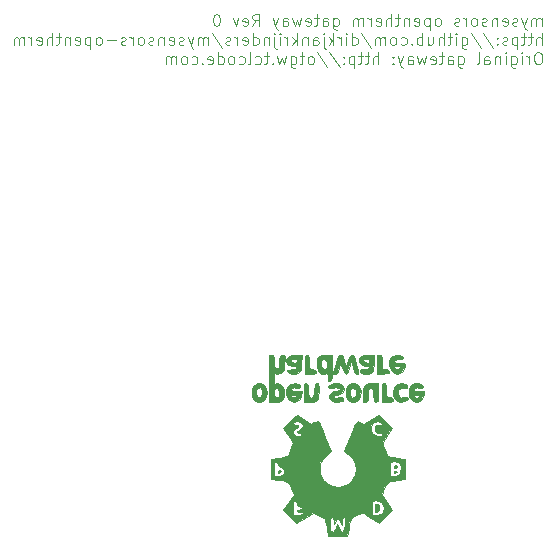
<source format=gbo>
G04 #@! TF.FileFunction,Legend,Bot*
%FSLAX46Y46*%
G04 Gerber Fmt 4.6, Leading zero omitted, Abs format (unit mm)*
G04 Created by KiCad (PCBNEW 4.0.5) date 2017 June 19, Monday 16:04:20*
%MOMM*%
%LPD*%
G01*
G04 APERTURE LIST*
%ADD10C,0.100000*%
%ADD11C,0.120000*%
%ADD12C,0.003000*%
G04 APERTURE END LIST*
D10*
D11*
X96261905Y-61232381D02*
X96261905Y-60565714D01*
X96261905Y-60660952D02*
X96214286Y-60613333D01*
X96119048Y-60565714D01*
X95976190Y-60565714D01*
X95880952Y-60613333D01*
X95833333Y-60708571D01*
X95833333Y-61232381D01*
X95833333Y-60708571D02*
X95785714Y-60613333D01*
X95690476Y-60565714D01*
X95547619Y-60565714D01*
X95452381Y-60613333D01*
X95404762Y-60708571D01*
X95404762Y-61232381D01*
X95023810Y-60565714D02*
X94785715Y-61232381D01*
X94547619Y-60565714D02*
X94785715Y-61232381D01*
X94880953Y-61470476D01*
X94928572Y-61518095D01*
X95023810Y-61565714D01*
X94214286Y-61184762D02*
X94119048Y-61232381D01*
X93928572Y-61232381D01*
X93833333Y-61184762D01*
X93785714Y-61089524D01*
X93785714Y-61041905D01*
X93833333Y-60946667D01*
X93928572Y-60899048D01*
X94071429Y-60899048D01*
X94166667Y-60851429D01*
X94214286Y-60756190D01*
X94214286Y-60708571D01*
X94166667Y-60613333D01*
X94071429Y-60565714D01*
X93928572Y-60565714D01*
X93833333Y-60613333D01*
X92976190Y-61184762D02*
X93071428Y-61232381D01*
X93261905Y-61232381D01*
X93357143Y-61184762D01*
X93404762Y-61089524D01*
X93404762Y-60708571D01*
X93357143Y-60613333D01*
X93261905Y-60565714D01*
X93071428Y-60565714D01*
X92976190Y-60613333D01*
X92928571Y-60708571D01*
X92928571Y-60803810D01*
X93404762Y-60899048D01*
X92500000Y-60565714D02*
X92500000Y-61232381D01*
X92500000Y-60660952D02*
X92452381Y-60613333D01*
X92357143Y-60565714D01*
X92214285Y-60565714D01*
X92119047Y-60613333D01*
X92071428Y-60708571D01*
X92071428Y-61232381D01*
X91642857Y-61184762D02*
X91547619Y-61232381D01*
X91357143Y-61232381D01*
X91261904Y-61184762D01*
X91214285Y-61089524D01*
X91214285Y-61041905D01*
X91261904Y-60946667D01*
X91357143Y-60899048D01*
X91500000Y-60899048D01*
X91595238Y-60851429D01*
X91642857Y-60756190D01*
X91642857Y-60708571D01*
X91595238Y-60613333D01*
X91500000Y-60565714D01*
X91357143Y-60565714D01*
X91261904Y-60613333D01*
X90642857Y-61232381D02*
X90738095Y-61184762D01*
X90785714Y-61137143D01*
X90833333Y-61041905D01*
X90833333Y-60756190D01*
X90785714Y-60660952D01*
X90738095Y-60613333D01*
X90642857Y-60565714D01*
X90499999Y-60565714D01*
X90404761Y-60613333D01*
X90357142Y-60660952D01*
X90309523Y-60756190D01*
X90309523Y-61041905D01*
X90357142Y-61137143D01*
X90404761Y-61184762D01*
X90499999Y-61232381D01*
X90642857Y-61232381D01*
X89880952Y-61232381D02*
X89880952Y-60565714D01*
X89880952Y-60756190D02*
X89833333Y-60660952D01*
X89785714Y-60613333D01*
X89690476Y-60565714D01*
X89595237Y-60565714D01*
X89309523Y-61184762D02*
X89214285Y-61232381D01*
X89023809Y-61232381D01*
X88928570Y-61184762D01*
X88880951Y-61089524D01*
X88880951Y-61041905D01*
X88928570Y-60946667D01*
X89023809Y-60899048D01*
X89166666Y-60899048D01*
X89261904Y-60851429D01*
X89309523Y-60756190D01*
X89309523Y-60708571D01*
X89261904Y-60613333D01*
X89166666Y-60565714D01*
X89023809Y-60565714D01*
X88928570Y-60613333D01*
X87547618Y-61232381D02*
X87642856Y-61184762D01*
X87690475Y-61137143D01*
X87738094Y-61041905D01*
X87738094Y-60756190D01*
X87690475Y-60660952D01*
X87642856Y-60613333D01*
X87547618Y-60565714D01*
X87404760Y-60565714D01*
X87309522Y-60613333D01*
X87261903Y-60660952D01*
X87214284Y-60756190D01*
X87214284Y-61041905D01*
X87261903Y-61137143D01*
X87309522Y-61184762D01*
X87404760Y-61232381D01*
X87547618Y-61232381D01*
X86785713Y-60565714D02*
X86785713Y-61565714D01*
X86785713Y-60613333D02*
X86690475Y-60565714D01*
X86499998Y-60565714D01*
X86404760Y-60613333D01*
X86357141Y-60660952D01*
X86309522Y-60756190D01*
X86309522Y-61041905D01*
X86357141Y-61137143D01*
X86404760Y-61184762D01*
X86499998Y-61232381D01*
X86690475Y-61232381D01*
X86785713Y-61184762D01*
X85499998Y-61184762D02*
X85595236Y-61232381D01*
X85785713Y-61232381D01*
X85880951Y-61184762D01*
X85928570Y-61089524D01*
X85928570Y-60708571D01*
X85880951Y-60613333D01*
X85785713Y-60565714D01*
X85595236Y-60565714D01*
X85499998Y-60613333D01*
X85452379Y-60708571D01*
X85452379Y-60803810D01*
X85928570Y-60899048D01*
X85023808Y-60565714D02*
X85023808Y-61232381D01*
X85023808Y-60660952D02*
X84976189Y-60613333D01*
X84880951Y-60565714D01*
X84738093Y-60565714D01*
X84642855Y-60613333D01*
X84595236Y-60708571D01*
X84595236Y-61232381D01*
X84261903Y-60565714D02*
X83880951Y-60565714D01*
X84119046Y-60232381D02*
X84119046Y-61089524D01*
X84071427Y-61184762D01*
X83976189Y-61232381D01*
X83880951Y-61232381D01*
X83547617Y-61232381D02*
X83547617Y-60232381D01*
X83119045Y-61232381D02*
X83119045Y-60708571D01*
X83166664Y-60613333D01*
X83261902Y-60565714D01*
X83404760Y-60565714D01*
X83499998Y-60613333D01*
X83547617Y-60660952D01*
X82261902Y-61184762D02*
X82357140Y-61232381D01*
X82547617Y-61232381D01*
X82642855Y-61184762D01*
X82690474Y-61089524D01*
X82690474Y-60708571D01*
X82642855Y-60613333D01*
X82547617Y-60565714D01*
X82357140Y-60565714D01*
X82261902Y-60613333D01*
X82214283Y-60708571D01*
X82214283Y-60803810D01*
X82690474Y-60899048D01*
X81785712Y-61232381D02*
X81785712Y-60565714D01*
X81785712Y-60756190D02*
X81738093Y-60660952D01*
X81690474Y-60613333D01*
X81595236Y-60565714D01*
X81499997Y-60565714D01*
X81166664Y-61232381D02*
X81166664Y-60565714D01*
X81166664Y-60660952D02*
X81119045Y-60613333D01*
X81023807Y-60565714D01*
X80880949Y-60565714D01*
X80785711Y-60613333D01*
X80738092Y-60708571D01*
X80738092Y-61232381D01*
X80738092Y-60708571D02*
X80690473Y-60613333D01*
X80595235Y-60565714D01*
X80452378Y-60565714D01*
X80357140Y-60613333D01*
X80309521Y-60708571D01*
X80309521Y-61232381D01*
X78642854Y-60565714D02*
X78642854Y-61375238D01*
X78690473Y-61470476D01*
X78738092Y-61518095D01*
X78833331Y-61565714D01*
X78976188Y-61565714D01*
X79071426Y-61518095D01*
X78642854Y-61184762D02*
X78738092Y-61232381D01*
X78928569Y-61232381D01*
X79023807Y-61184762D01*
X79071426Y-61137143D01*
X79119045Y-61041905D01*
X79119045Y-60756190D01*
X79071426Y-60660952D01*
X79023807Y-60613333D01*
X78928569Y-60565714D01*
X78738092Y-60565714D01*
X78642854Y-60613333D01*
X77738092Y-61232381D02*
X77738092Y-60708571D01*
X77785711Y-60613333D01*
X77880949Y-60565714D01*
X78071426Y-60565714D01*
X78166664Y-60613333D01*
X77738092Y-61184762D02*
X77833330Y-61232381D01*
X78071426Y-61232381D01*
X78166664Y-61184762D01*
X78214283Y-61089524D01*
X78214283Y-60994286D01*
X78166664Y-60899048D01*
X78071426Y-60851429D01*
X77833330Y-60851429D01*
X77738092Y-60803810D01*
X77404759Y-60565714D02*
X77023807Y-60565714D01*
X77261902Y-60232381D02*
X77261902Y-61089524D01*
X77214283Y-61184762D01*
X77119045Y-61232381D01*
X77023807Y-61232381D01*
X76309520Y-61184762D02*
X76404758Y-61232381D01*
X76595235Y-61232381D01*
X76690473Y-61184762D01*
X76738092Y-61089524D01*
X76738092Y-60708571D01*
X76690473Y-60613333D01*
X76595235Y-60565714D01*
X76404758Y-60565714D01*
X76309520Y-60613333D01*
X76261901Y-60708571D01*
X76261901Y-60803810D01*
X76738092Y-60899048D01*
X75928568Y-60565714D02*
X75738092Y-61232381D01*
X75547615Y-60756190D01*
X75357139Y-61232381D01*
X75166663Y-60565714D01*
X74357139Y-61232381D02*
X74357139Y-60708571D01*
X74404758Y-60613333D01*
X74499996Y-60565714D01*
X74690473Y-60565714D01*
X74785711Y-60613333D01*
X74357139Y-61184762D02*
X74452377Y-61232381D01*
X74690473Y-61232381D01*
X74785711Y-61184762D01*
X74833330Y-61089524D01*
X74833330Y-60994286D01*
X74785711Y-60899048D01*
X74690473Y-60851429D01*
X74452377Y-60851429D01*
X74357139Y-60803810D01*
X73976187Y-60565714D02*
X73738092Y-61232381D01*
X73499996Y-60565714D02*
X73738092Y-61232381D01*
X73833330Y-61470476D01*
X73880949Y-61518095D01*
X73976187Y-61565714D01*
X71785710Y-61232381D02*
X72119044Y-60756190D01*
X72357139Y-61232381D02*
X72357139Y-60232381D01*
X71976186Y-60232381D01*
X71880948Y-60280000D01*
X71833329Y-60327619D01*
X71785710Y-60422857D01*
X71785710Y-60565714D01*
X71833329Y-60660952D01*
X71880948Y-60708571D01*
X71976186Y-60756190D01*
X72357139Y-60756190D01*
X70976186Y-61184762D02*
X71071424Y-61232381D01*
X71261901Y-61232381D01*
X71357139Y-61184762D01*
X71404758Y-61089524D01*
X71404758Y-60708571D01*
X71357139Y-60613333D01*
X71261901Y-60565714D01*
X71071424Y-60565714D01*
X70976186Y-60613333D01*
X70928567Y-60708571D01*
X70928567Y-60803810D01*
X71404758Y-60899048D01*
X70595234Y-60565714D02*
X70357139Y-61232381D01*
X70119043Y-60565714D01*
X68785710Y-60232381D02*
X68690471Y-60232381D01*
X68595233Y-60280000D01*
X68547614Y-60327619D01*
X68499995Y-60422857D01*
X68452376Y-60613333D01*
X68452376Y-60851429D01*
X68499995Y-61041905D01*
X68547614Y-61137143D01*
X68595233Y-61184762D01*
X68690471Y-61232381D01*
X68785710Y-61232381D01*
X68880948Y-61184762D01*
X68928567Y-61137143D01*
X68976186Y-61041905D01*
X69023805Y-60851429D01*
X69023805Y-60613333D01*
X68976186Y-60422857D01*
X68928567Y-60327619D01*
X68880948Y-60280000D01*
X68785710Y-60232381D01*
X96261905Y-62852381D02*
X96261905Y-61852381D01*
X95833333Y-62852381D02*
X95833333Y-62328571D01*
X95880952Y-62233333D01*
X95976190Y-62185714D01*
X96119048Y-62185714D01*
X96214286Y-62233333D01*
X96261905Y-62280952D01*
X95500000Y-62185714D02*
X95119048Y-62185714D01*
X95357143Y-61852381D02*
X95357143Y-62709524D01*
X95309524Y-62804762D01*
X95214286Y-62852381D01*
X95119048Y-62852381D01*
X94928571Y-62185714D02*
X94547619Y-62185714D01*
X94785714Y-61852381D02*
X94785714Y-62709524D01*
X94738095Y-62804762D01*
X94642857Y-62852381D01*
X94547619Y-62852381D01*
X94214285Y-62185714D02*
X94214285Y-63185714D01*
X94214285Y-62233333D02*
X94119047Y-62185714D01*
X93928570Y-62185714D01*
X93833332Y-62233333D01*
X93785713Y-62280952D01*
X93738094Y-62376190D01*
X93738094Y-62661905D01*
X93785713Y-62757143D01*
X93833332Y-62804762D01*
X93928570Y-62852381D01*
X94119047Y-62852381D01*
X94214285Y-62804762D01*
X93357142Y-62804762D02*
X93261904Y-62852381D01*
X93071428Y-62852381D01*
X92976189Y-62804762D01*
X92928570Y-62709524D01*
X92928570Y-62661905D01*
X92976189Y-62566667D01*
X93071428Y-62519048D01*
X93214285Y-62519048D01*
X93309523Y-62471429D01*
X93357142Y-62376190D01*
X93357142Y-62328571D01*
X93309523Y-62233333D01*
X93214285Y-62185714D01*
X93071428Y-62185714D01*
X92976189Y-62233333D01*
X92499999Y-62757143D02*
X92452380Y-62804762D01*
X92499999Y-62852381D01*
X92547618Y-62804762D01*
X92499999Y-62757143D01*
X92499999Y-62852381D01*
X92499999Y-62233333D02*
X92452380Y-62280952D01*
X92499999Y-62328571D01*
X92547618Y-62280952D01*
X92499999Y-62233333D01*
X92499999Y-62328571D01*
X91309523Y-61804762D02*
X92166666Y-63090476D01*
X90261904Y-61804762D02*
X91119047Y-63090476D01*
X89499999Y-62185714D02*
X89499999Y-62995238D01*
X89547618Y-63090476D01*
X89595237Y-63138095D01*
X89690476Y-63185714D01*
X89833333Y-63185714D01*
X89928571Y-63138095D01*
X89499999Y-62804762D02*
X89595237Y-62852381D01*
X89785714Y-62852381D01*
X89880952Y-62804762D01*
X89928571Y-62757143D01*
X89976190Y-62661905D01*
X89976190Y-62376190D01*
X89928571Y-62280952D01*
X89880952Y-62233333D01*
X89785714Y-62185714D01*
X89595237Y-62185714D01*
X89499999Y-62233333D01*
X89023809Y-62852381D02*
X89023809Y-62185714D01*
X89023809Y-61852381D02*
X89071428Y-61900000D01*
X89023809Y-61947619D01*
X88976190Y-61900000D01*
X89023809Y-61852381D01*
X89023809Y-61947619D01*
X88690476Y-62185714D02*
X88309524Y-62185714D01*
X88547619Y-61852381D02*
X88547619Y-62709524D01*
X88500000Y-62804762D01*
X88404762Y-62852381D01*
X88309524Y-62852381D01*
X87976190Y-62852381D02*
X87976190Y-61852381D01*
X87547618Y-62852381D02*
X87547618Y-62328571D01*
X87595237Y-62233333D01*
X87690475Y-62185714D01*
X87833333Y-62185714D01*
X87928571Y-62233333D01*
X87976190Y-62280952D01*
X86642856Y-62185714D02*
X86642856Y-62852381D01*
X87071428Y-62185714D02*
X87071428Y-62709524D01*
X87023809Y-62804762D01*
X86928571Y-62852381D01*
X86785713Y-62852381D01*
X86690475Y-62804762D01*
X86642856Y-62757143D01*
X86166666Y-62852381D02*
X86166666Y-61852381D01*
X86166666Y-62233333D02*
X86071428Y-62185714D01*
X85880951Y-62185714D01*
X85785713Y-62233333D01*
X85738094Y-62280952D01*
X85690475Y-62376190D01*
X85690475Y-62661905D01*
X85738094Y-62757143D01*
X85785713Y-62804762D01*
X85880951Y-62852381D01*
X86071428Y-62852381D01*
X86166666Y-62804762D01*
X85261904Y-62757143D02*
X85214285Y-62804762D01*
X85261904Y-62852381D01*
X85309523Y-62804762D01*
X85261904Y-62757143D01*
X85261904Y-62852381D01*
X84357142Y-62804762D02*
X84452380Y-62852381D01*
X84642857Y-62852381D01*
X84738095Y-62804762D01*
X84785714Y-62757143D01*
X84833333Y-62661905D01*
X84833333Y-62376190D01*
X84785714Y-62280952D01*
X84738095Y-62233333D01*
X84642857Y-62185714D01*
X84452380Y-62185714D01*
X84357142Y-62233333D01*
X83785714Y-62852381D02*
X83880952Y-62804762D01*
X83928571Y-62757143D01*
X83976190Y-62661905D01*
X83976190Y-62376190D01*
X83928571Y-62280952D01*
X83880952Y-62233333D01*
X83785714Y-62185714D01*
X83642856Y-62185714D01*
X83547618Y-62233333D01*
X83499999Y-62280952D01*
X83452380Y-62376190D01*
X83452380Y-62661905D01*
X83499999Y-62757143D01*
X83547618Y-62804762D01*
X83642856Y-62852381D01*
X83785714Y-62852381D01*
X83023809Y-62852381D02*
X83023809Y-62185714D01*
X83023809Y-62280952D02*
X82976190Y-62233333D01*
X82880952Y-62185714D01*
X82738094Y-62185714D01*
X82642856Y-62233333D01*
X82595237Y-62328571D01*
X82595237Y-62852381D01*
X82595237Y-62328571D02*
X82547618Y-62233333D01*
X82452380Y-62185714D01*
X82309523Y-62185714D01*
X82214285Y-62233333D01*
X82166666Y-62328571D01*
X82166666Y-62852381D01*
X80976190Y-61804762D02*
X81833333Y-63090476D01*
X80214285Y-62852381D02*
X80214285Y-61852381D01*
X80214285Y-62804762D02*
X80309523Y-62852381D01*
X80500000Y-62852381D01*
X80595238Y-62804762D01*
X80642857Y-62757143D01*
X80690476Y-62661905D01*
X80690476Y-62376190D01*
X80642857Y-62280952D01*
X80595238Y-62233333D01*
X80500000Y-62185714D01*
X80309523Y-62185714D01*
X80214285Y-62233333D01*
X79738095Y-62852381D02*
X79738095Y-62185714D01*
X79738095Y-61852381D02*
X79785714Y-61900000D01*
X79738095Y-61947619D01*
X79690476Y-61900000D01*
X79738095Y-61852381D01*
X79738095Y-61947619D01*
X79261905Y-62852381D02*
X79261905Y-62185714D01*
X79261905Y-62376190D02*
X79214286Y-62280952D01*
X79166667Y-62233333D01*
X79071429Y-62185714D01*
X78976190Y-62185714D01*
X78642857Y-62852381D02*
X78642857Y-61852381D01*
X78547619Y-62471429D02*
X78261904Y-62852381D01*
X78261904Y-62185714D02*
X78642857Y-62566667D01*
X77833333Y-62185714D02*
X77833333Y-63042857D01*
X77880952Y-63138095D01*
X77976190Y-63185714D01*
X78023809Y-63185714D01*
X77833333Y-61852381D02*
X77880952Y-61900000D01*
X77833333Y-61947619D01*
X77785714Y-61900000D01*
X77833333Y-61852381D01*
X77833333Y-61947619D01*
X76928571Y-62852381D02*
X76928571Y-62328571D01*
X76976190Y-62233333D01*
X77071428Y-62185714D01*
X77261905Y-62185714D01*
X77357143Y-62233333D01*
X76928571Y-62804762D02*
X77023809Y-62852381D01*
X77261905Y-62852381D01*
X77357143Y-62804762D01*
X77404762Y-62709524D01*
X77404762Y-62614286D01*
X77357143Y-62519048D01*
X77261905Y-62471429D01*
X77023809Y-62471429D01*
X76928571Y-62423810D01*
X76452381Y-62185714D02*
X76452381Y-62852381D01*
X76452381Y-62280952D02*
X76404762Y-62233333D01*
X76309524Y-62185714D01*
X76166666Y-62185714D01*
X76071428Y-62233333D01*
X76023809Y-62328571D01*
X76023809Y-62852381D01*
X75547619Y-62852381D02*
X75547619Y-61852381D01*
X75452381Y-62471429D02*
X75166666Y-62852381D01*
X75166666Y-62185714D02*
X75547619Y-62566667D01*
X74738095Y-62852381D02*
X74738095Y-62185714D01*
X74738095Y-62376190D02*
X74690476Y-62280952D01*
X74642857Y-62233333D01*
X74547619Y-62185714D01*
X74452380Y-62185714D01*
X74119047Y-62852381D02*
X74119047Y-62185714D01*
X74119047Y-61852381D02*
X74166666Y-61900000D01*
X74119047Y-61947619D01*
X74071428Y-61900000D01*
X74119047Y-61852381D01*
X74119047Y-61947619D01*
X73642857Y-62185714D02*
X73642857Y-63042857D01*
X73690476Y-63138095D01*
X73785714Y-63185714D01*
X73833333Y-63185714D01*
X73642857Y-61852381D02*
X73690476Y-61900000D01*
X73642857Y-61947619D01*
X73595238Y-61900000D01*
X73642857Y-61852381D01*
X73642857Y-61947619D01*
X73166667Y-62185714D02*
X73166667Y-62852381D01*
X73166667Y-62280952D02*
X73119048Y-62233333D01*
X73023810Y-62185714D01*
X72880952Y-62185714D01*
X72785714Y-62233333D01*
X72738095Y-62328571D01*
X72738095Y-62852381D01*
X71833333Y-62852381D02*
X71833333Y-61852381D01*
X71833333Y-62804762D02*
X71928571Y-62852381D01*
X72119048Y-62852381D01*
X72214286Y-62804762D01*
X72261905Y-62757143D01*
X72309524Y-62661905D01*
X72309524Y-62376190D01*
X72261905Y-62280952D01*
X72214286Y-62233333D01*
X72119048Y-62185714D01*
X71928571Y-62185714D01*
X71833333Y-62233333D01*
X70976190Y-62804762D02*
X71071428Y-62852381D01*
X71261905Y-62852381D01*
X71357143Y-62804762D01*
X71404762Y-62709524D01*
X71404762Y-62328571D01*
X71357143Y-62233333D01*
X71261905Y-62185714D01*
X71071428Y-62185714D01*
X70976190Y-62233333D01*
X70928571Y-62328571D01*
X70928571Y-62423810D01*
X71404762Y-62519048D01*
X70500000Y-62852381D02*
X70500000Y-62185714D01*
X70500000Y-62376190D02*
X70452381Y-62280952D01*
X70404762Y-62233333D01*
X70309524Y-62185714D01*
X70214285Y-62185714D01*
X69928571Y-62804762D02*
X69833333Y-62852381D01*
X69642857Y-62852381D01*
X69547618Y-62804762D01*
X69499999Y-62709524D01*
X69499999Y-62661905D01*
X69547618Y-62566667D01*
X69642857Y-62519048D01*
X69785714Y-62519048D01*
X69880952Y-62471429D01*
X69928571Y-62376190D01*
X69928571Y-62328571D01*
X69880952Y-62233333D01*
X69785714Y-62185714D01*
X69642857Y-62185714D01*
X69547618Y-62233333D01*
X68357142Y-61804762D02*
X69214285Y-63090476D01*
X68023809Y-62852381D02*
X68023809Y-62185714D01*
X68023809Y-62280952D02*
X67976190Y-62233333D01*
X67880952Y-62185714D01*
X67738094Y-62185714D01*
X67642856Y-62233333D01*
X67595237Y-62328571D01*
X67595237Y-62852381D01*
X67595237Y-62328571D02*
X67547618Y-62233333D01*
X67452380Y-62185714D01*
X67309523Y-62185714D01*
X67214285Y-62233333D01*
X67166666Y-62328571D01*
X67166666Y-62852381D01*
X66785714Y-62185714D02*
X66547619Y-62852381D01*
X66309523Y-62185714D02*
X66547619Y-62852381D01*
X66642857Y-63090476D01*
X66690476Y-63138095D01*
X66785714Y-63185714D01*
X65976190Y-62804762D02*
X65880952Y-62852381D01*
X65690476Y-62852381D01*
X65595237Y-62804762D01*
X65547618Y-62709524D01*
X65547618Y-62661905D01*
X65595237Y-62566667D01*
X65690476Y-62519048D01*
X65833333Y-62519048D01*
X65928571Y-62471429D01*
X65976190Y-62376190D01*
X65976190Y-62328571D01*
X65928571Y-62233333D01*
X65833333Y-62185714D01*
X65690476Y-62185714D01*
X65595237Y-62233333D01*
X64738094Y-62804762D02*
X64833332Y-62852381D01*
X65023809Y-62852381D01*
X65119047Y-62804762D01*
X65166666Y-62709524D01*
X65166666Y-62328571D01*
X65119047Y-62233333D01*
X65023809Y-62185714D01*
X64833332Y-62185714D01*
X64738094Y-62233333D01*
X64690475Y-62328571D01*
X64690475Y-62423810D01*
X65166666Y-62519048D01*
X64261904Y-62185714D02*
X64261904Y-62852381D01*
X64261904Y-62280952D02*
X64214285Y-62233333D01*
X64119047Y-62185714D01*
X63976189Y-62185714D01*
X63880951Y-62233333D01*
X63833332Y-62328571D01*
X63833332Y-62852381D01*
X63404761Y-62804762D02*
X63309523Y-62852381D01*
X63119047Y-62852381D01*
X63023808Y-62804762D01*
X62976189Y-62709524D01*
X62976189Y-62661905D01*
X63023808Y-62566667D01*
X63119047Y-62519048D01*
X63261904Y-62519048D01*
X63357142Y-62471429D01*
X63404761Y-62376190D01*
X63404761Y-62328571D01*
X63357142Y-62233333D01*
X63261904Y-62185714D01*
X63119047Y-62185714D01*
X63023808Y-62233333D01*
X62404761Y-62852381D02*
X62499999Y-62804762D01*
X62547618Y-62757143D01*
X62595237Y-62661905D01*
X62595237Y-62376190D01*
X62547618Y-62280952D01*
X62499999Y-62233333D01*
X62404761Y-62185714D01*
X62261903Y-62185714D01*
X62166665Y-62233333D01*
X62119046Y-62280952D01*
X62071427Y-62376190D01*
X62071427Y-62661905D01*
X62119046Y-62757143D01*
X62166665Y-62804762D01*
X62261903Y-62852381D01*
X62404761Y-62852381D01*
X61642856Y-62852381D02*
X61642856Y-62185714D01*
X61642856Y-62376190D02*
X61595237Y-62280952D01*
X61547618Y-62233333D01*
X61452380Y-62185714D01*
X61357141Y-62185714D01*
X61071427Y-62804762D02*
X60976189Y-62852381D01*
X60785713Y-62852381D01*
X60690474Y-62804762D01*
X60642855Y-62709524D01*
X60642855Y-62661905D01*
X60690474Y-62566667D01*
X60785713Y-62519048D01*
X60928570Y-62519048D01*
X61023808Y-62471429D01*
X61071427Y-62376190D01*
X61071427Y-62328571D01*
X61023808Y-62233333D01*
X60928570Y-62185714D01*
X60785713Y-62185714D01*
X60690474Y-62233333D01*
X60214284Y-62471429D02*
X59452379Y-62471429D01*
X58833332Y-62852381D02*
X58928570Y-62804762D01*
X58976189Y-62757143D01*
X59023808Y-62661905D01*
X59023808Y-62376190D01*
X58976189Y-62280952D01*
X58928570Y-62233333D01*
X58833332Y-62185714D01*
X58690474Y-62185714D01*
X58595236Y-62233333D01*
X58547617Y-62280952D01*
X58499998Y-62376190D01*
X58499998Y-62661905D01*
X58547617Y-62757143D01*
X58595236Y-62804762D01*
X58690474Y-62852381D01*
X58833332Y-62852381D01*
X58071427Y-62185714D02*
X58071427Y-63185714D01*
X58071427Y-62233333D02*
X57976189Y-62185714D01*
X57785712Y-62185714D01*
X57690474Y-62233333D01*
X57642855Y-62280952D01*
X57595236Y-62376190D01*
X57595236Y-62661905D01*
X57642855Y-62757143D01*
X57690474Y-62804762D01*
X57785712Y-62852381D01*
X57976189Y-62852381D01*
X58071427Y-62804762D01*
X56785712Y-62804762D02*
X56880950Y-62852381D01*
X57071427Y-62852381D01*
X57166665Y-62804762D01*
X57214284Y-62709524D01*
X57214284Y-62328571D01*
X57166665Y-62233333D01*
X57071427Y-62185714D01*
X56880950Y-62185714D01*
X56785712Y-62233333D01*
X56738093Y-62328571D01*
X56738093Y-62423810D01*
X57214284Y-62519048D01*
X56309522Y-62185714D02*
X56309522Y-62852381D01*
X56309522Y-62280952D02*
X56261903Y-62233333D01*
X56166665Y-62185714D01*
X56023807Y-62185714D01*
X55928569Y-62233333D01*
X55880950Y-62328571D01*
X55880950Y-62852381D01*
X55547617Y-62185714D02*
X55166665Y-62185714D01*
X55404760Y-61852381D02*
X55404760Y-62709524D01*
X55357141Y-62804762D01*
X55261903Y-62852381D01*
X55166665Y-62852381D01*
X54833331Y-62852381D02*
X54833331Y-61852381D01*
X54404759Y-62852381D02*
X54404759Y-62328571D01*
X54452378Y-62233333D01*
X54547616Y-62185714D01*
X54690474Y-62185714D01*
X54785712Y-62233333D01*
X54833331Y-62280952D01*
X53547616Y-62804762D02*
X53642854Y-62852381D01*
X53833331Y-62852381D01*
X53928569Y-62804762D01*
X53976188Y-62709524D01*
X53976188Y-62328571D01*
X53928569Y-62233333D01*
X53833331Y-62185714D01*
X53642854Y-62185714D01*
X53547616Y-62233333D01*
X53499997Y-62328571D01*
X53499997Y-62423810D01*
X53976188Y-62519048D01*
X53071426Y-62852381D02*
X53071426Y-62185714D01*
X53071426Y-62376190D02*
X53023807Y-62280952D01*
X52976188Y-62233333D01*
X52880950Y-62185714D01*
X52785711Y-62185714D01*
X52452378Y-62852381D02*
X52452378Y-62185714D01*
X52452378Y-62280952D02*
X52404759Y-62233333D01*
X52309521Y-62185714D01*
X52166663Y-62185714D01*
X52071425Y-62233333D01*
X52023806Y-62328571D01*
X52023806Y-62852381D01*
X52023806Y-62328571D02*
X51976187Y-62233333D01*
X51880949Y-62185714D01*
X51738092Y-62185714D01*
X51642854Y-62233333D01*
X51595235Y-62328571D01*
X51595235Y-62852381D01*
X96071429Y-63472381D02*
X95880952Y-63472381D01*
X95785714Y-63520000D01*
X95690476Y-63615238D01*
X95642857Y-63805714D01*
X95642857Y-64139048D01*
X95690476Y-64329524D01*
X95785714Y-64424762D01*
X95880952Y-64472381D01*
X96071429Y-64472381D01*
X96166667Y-64424762D01*
X96261905Y-64329524D01*
X96309524Y-64139048D01*
X96309524Y-63805714D01*
X96261905Y-63615238D01*
X96166667Y-63520000D01*
X96071429Y-63472381D01*
X95214286Y-64472381D02*
X95214286Y-63805714D01*
X95214286Y-63996190D02*
X95166667Y-63900952D01*
X95119048Y-63853333D01*
X95023810Y-63805714D01*
X94928571Y-63805714D01*
X94595238Y-64472381D02*
X94595238Y-63805714D01*
X94595238Y-63472381D02*
X94642857Y-63520000D01*
X94595238Y-63567619D01*
X94547619Y-63520000D01*
X94595238Y-63472381D01*
X94595238Y-63567619D01*
X93690476Y-63805714D02*
X93690476Y-64615238D01*
X93738095Y-64710476D01*
X93785714Y-64758095D01*
X93880953Y-64805714D01*
X94023810Y-64805714D01*
X94119048Y-64758095D01*
X93690476Y-64424762D02*
X93785714Y-64472381D01*
X93976191Y-64472381D01*
X94071429Y-64424762D01*
X94119048Y-64377143D01*
X94166667Y-64281905D01*
X94166667Y-63996190D01*
X94119048Y-63900952D01*
X94071429Y-63853333D01*
X93976191Y-63805714D01*
X93785714Y-63805714D01*
X93690476Y-63853333D01*
X93214286Y-64472381D02*
X93214286Y-63805714D01*
X93214286Y-63472381D02*
X93261905Y-63520000D01*
X93214286Y-63567619D01*
X93166667Y-63520000D01*
X93214286Y-63472381D01*
X93214286Y-63567619D01*
X92738096Y-63805714D02*
X92738096Y-64472381D01*
X92738096Y-63900952D02*
X92690477Y-63853333D01*
X92595239Y-63805714D01*
X92452381Y-63805714D01*
X92357143Y-63853333D01*
X92309524Y-63948571D01*
X92309524Y-64472381D01*
X91404762Y-64472381D02*
X91404762Y-63948571D01*
X91452381Y-63853333D01*
X91547619Y-63805714D01*
X91738096Y-63805714D01*
X91833334Y-63853333D01*
X91404762Y-64424762D02*
X91500000Y-64472381D01*
X91738096Y-64472381D01*
X91833334Y-64424762D01*
X91880953Y-64329524D01*
X91880953Y-64234286D01*
X91833334Y-64139048D01*
X91738096Y-64091429D01*
X91500000Y-64091429D01*
X91404762Y-64043810D01*
X90785715Y-64472381D02*
X90880953Y-64424762D01*
X90928572Y-64329524D01*
X90928572Y-63472381D01*
X89214285Y-63805714D02*
X89214285Y-64615238D01*
X89261904Y-64710476D01*
X89309523Y-64758095D01*
X89404762Y-64805714D01*
X89547619Y-64805714D01*
X89642857Y-64758095D01*
X89214285Y-64424762D02*
X89309523Y-64472381D01*
X89500000Y-64472381D01*
X89595238Y-64424762D01*
X89642857Y-64377143D01*
X89690476Y-64281905D01*
X89690476Y-63996190D01*
X89642857Y-63900952D01*
X89595238Y-63853333D01*
X89500000Y-63805714D01*
X89309523Y-63805714D01*
X89214285Y-63853333D01*
X88309523Y-64472381D02*
X88309523Y-63948571D01*
X88357142Y-63853333D01*
X88452380Y-63805714D01*
X88642857Y-63805714D01*
X88738095Y-63853333D01*
X88309523Y-64424762D02*
X88404761Y-64472381D01*
X88642857Y-64472381D01*
X88738095Y-64424762D01*
X88785714Y-64329524D01*
X88785714Y-64234286D01*
X88738095Y-64139048D01*
X88642857Y-64091429D01*
X88404761Y-64091429D01*
X88309523Y-64043810D01*
X87976190Y-63805714D02*
X87595238Y-63805714D01*
X87833333Y-63472381D02*
X87833333Y-64329524D01*
X87785714Y-64424762D01*
X87690476Y-64472381D01*
X87595238Y-64472381D01*
X86880951Y-64424762D02*
X86976189Y-64472381D01*
X87166666Y-64472381D01*
X87261904Y-64424762D01*
X87309523Y-64329524D01*
X87309523Y-63948571D01*
X87261904Y-63853333D01*
X87166666Y-63805714D01*
X86976189Y-63805714D01*
X86880951Y-63853333D01*
X86833332Y-63948571D01*
X86833332Y-64043810D01*
X87309523Y-64139048D01*
X86499999Y-63805714D02*
X86309523Y-64472381D01*
X86119046Y-63996190D01*
X85928570Y-64472381D01*
X85738094Y-63805714D01*
X84928570Y-64472381D02*
X84928570Y-63948571D01*
X84976189Y-63853333D01*
X85071427Y-63805714D01*
X85261904Y-63805714D01*
X85357142Y-63853333D01*
X84928570Y-64424762D02*
X85023808Y-64472381D01*
X85261904Y-64472381D01*
X85357142Y-64424762D01*
X85404761Y-64329524D01*
X85404761Y-64234286D01*
X85357142Y-64139048D01*
X85261904Y-64091429D01*
X85023808Y-64091429D01*
X84928570Y-64043810D01*
X84547618Y-63805714D02*
X84309523Y-64472381D01*
X84071427Y-63805714D02*
X84309523Y-64472381D01*
X84404761Y-64710476D01*
X84452380Y-64758095D01*
X84547618Y-64805714D01*
X83690475Y-64377143D02*
X83642856Y-64424762D01*
X83690475Y-64472381D01*
X83738094Y-64424762D01*
X83690475Y-64377143D01*
X83690475Y-64472381D01*
X83690475Y-63853333D02*
X83642856Y-63900952D01*
X83690475Y-63948571D01*
X83738094Y-63900952D01*
X83690475Y-63853333D01*
X83690475Y-63948571D01*
X82452380Y-64472381D02*
X82452380Y-63472381D01*
X82023808Y-64472381D02*
X82023808Y-63948571D01*
X82071427Y-63853333D01*
X82166665Y-63805714D01*
X82309523Y-63805714D01*
X82404761Y-63853333D01*
X82452380Y-63900952D01*
X81690475Y-63805714D02*
X81309523Y-63805714D01*
X81547618Y-63472381D02*
X81547618Y-64329524D01*
X81499999Y-64424762D01*
X81404761Y-64472381D01*
X81309523Y-64472381D01*
X81119046Y-63805714D02*
X80738094Y-63805714D01*
X80976189Y-63472381D02*
X80976189Y-64329524D01*
X80928570Y-64424762D01*
X80833332Y-64472381D01*
X80738094Y-64472381D01*
X80404760Y-63805714D02*
X80404760Y-64805714D01*
X80404760Y-63853333D02*
X80309522Y-63805714D01*
X80119045Y-63805714D01*
X80023807Y-63853333D01*
X79976188Y-63900952D01*
X79928569Y-63996190D01*
X79928569Y-64281905D01*
X79976188Y-64377143D01*
X80023807Y-64424762D01*
X80119045Y-64472381D01*
X80309522Y-64472381D01*
X80404760Y-64424762D01*
X79499998Y-64377143D02*
X79452379Y-64424762D01*
X79499998Y-64472381D01*
X79547617Y-64424762D01*
X79499998Y-64377143D01*
X79499998Y-64472381D01*
X79499998Y-63853333D02*
X79452379Y-63900952D01*
X79499998Y-63948571D01*
X79547617Y-63900952D01*
X79499998Y-63853333D01*
X79499998Y-63948571D01*
X78309522Y-63424762D02*
X79166665Y-64710476D01*
X77261903Y-63424762D02*
X78119046Y-64710476D01*
X76785713Y-64472381D02*
X76880951Y-64424762D01*
X76928570Y-64377143D01*
X76976189Y-64281905D01*
X76976189Y-63996190D01*
X76928570Y-63900952D01*
X76880951Y-63853333D01*
X76785713Y-63805714D01*
X76642855Y-63805714D01*
X76547617Y-63853333D01*
X76499998Y-63900952D01*
X76452379Y-63996190D01*
X76452379Y-64281905D01*
X76499998Y-64377143D01*
X76547617Y-64424762D01*
X76642855Y-64472381D01*
X76785713Y-64472381D01*
X76166665Y-63805714D02*
X75785713Y-63805714D01*
X76023808Y-63472381D02*
X76023808Y-64329524D01*
X75976189Y-64424762D01*
X75880951Y-64472381D01*
X75785713Y-64472381D01*
X75023807Y-63805714D02*
X75023807Y-64615238D01*
X75071426Y-64710476D01*
X75119045Y-64758095D01*
X75214284Y-64805714D01*
X75357141Y-64805714D01*
X75452379Y-64758095D01*
X75023807Y-64424762D02*
X75119045Y-64472381D01*
X75309522Y-64472381D01*
X75404760Y-64424762D01*
X75452379Y-64377143D01*
X75499998Y-64281905D01*
X75499998Y-63996190D01*
X75452379Y-63900952D01*
X75404760Y-63853333D01*
X75309522Y-63805714D01*
X75119045Y-63805714D01*
X75023807Y-63853333D01*
X74642855Y-63805714D02*
X74452379Y-64472381D01*
X74261902Y-63996190D01*
X74071426Y-64472381D01*
X73880950Y-63805714D01*
X73499998Y-64377143D02*
X73452379Y-64424762D01*
X73499998Y-64472381D01*
X73547617Y-64424762D01*
X73499998Y-64377143D01*
X73499998Y-64472381D01*
X73166665Y-63805714D02*
X72785713Y-63805714D01*
X73023808Y-63472381D02*
X73023808Y-64329524D01*
X72976189Y-64424762D01*
X72880951Y-64472381D01*
X72785713Y-64472381D01*
X72023807Y-64424762D02*
X72119045Y-64472381D01*
X72309522Y-64472381D01*
X72404760Y-64424762D01*
X72452379Y-64377143D01*
X72499998Y-64281905D01*
X72499998Y-63996190D01*
X72452379Y-63900952D01*
X72404760Y-63853333D01*
X72309522Y-63805714D01*
X72119045Y-63805714D01*
X72023807Y-63853333D01*
X71452379Y-64472381D02*
X71547617Y-64424762D01*
X71595236Y-64329524D01*
X71595236Y-63472381D01*
X70642854Y-64424762D02*
X70738092Y-64472381D01*
X70928569Y-64472381D01*
X71023807Y-64424762D01*
X71071426Y-64377143D01*
X71119045Y-64281905D01*
X71119045Y-63996190D01*
X71071426Y-63900952D01*
X71023807Y-63853333D01*
X70928569Y-63805714D01*
X70738092Y-63805714D01*
X70642854Y-63853333D01*
X70071426Y-64472381D02*
X70166664Y-64424762D01*
X70214283Y-64377143D01*
X70261902Y-64281905D01*
X70261902Y-63996190D01*
X70214283Y-63900952D01*
X70166664Y-63853333D01*
X70071426Y-63805714D01*
X69928568Y-63805714D01*
X69833330Y-63853333D01*
X69785711Y-63900952D01*
X69738092Y-63996190D01*
X69738092Y-64281905D01*
X69785711Y-64377143D01*
X69833330Y-64424762D01*
X69928568Y-64472381D01*
X70071426Y-64472381D01*
X68880949Y-64472381D02*
X68880949Y-63472381D01*
X68880949Y-64424762D02*
X68976187Y-64472381D01*
X69166664Y-64472381D01*
X69261902Y-64424762D01*
X69309521Y-64377143D01*
X69357140Y-64281905D01*
X69357140Y-63996190D01*
X69309521Y-63900952D01*
X69261902Y-63853333D01*
X69166664Y-63805714D01*
X68976187Y-63805714D01*
X68880949Y-63853333D01*
X68023806Y-64424762D02*
X68119044Y-64472381D01*
X68309521Y-64472381D01*
X68404759Y-64424762D01*
X68452378Y-64329524D01*
X68452378Y-63948571D01*
X68404759Y-63853333D01*
X68309521Y-63805714D01*
X68119044Y-63805714D01*
X68023806Y-63853333D01*
X67976187Y-63948571D01*
X67976187Y-64043810D01*
X68452378Y-64139048D01*
X67547616Y-64377143D02*
X67499997Y-64424762D01*
X67547616Y-64472381D01*
X67595235Y-64424762D01*
X67547616Y-64377143D01*
X67547616Y-64472381D01*
X66642854Y-64424762D02*
X66738092Y-64472381D01*
X66928569Y-64472381D01*
X67023807Y-64424762D01*
X67071426Y-64377143D01*
X67119045Y-64281905D01*
X67119045Y-63996190D01*
X67071426Y-63900952D01*
X67023807Y-63853333D01*
X66928569Y-63805714D01*
X66738092Y-63805714D01*
X66642854Y-63853333D01*
X66071426Y-64472381D02*
X66166664Y-64424762D01*
X66214283Y-64377143D01*
X66261902Y-64281905D01*
X66261902Y-63996190D01*
X66214283Y-63900952D01*
X66166664Y-63853333D01*
X66071426Y-63805714D01*
X65928568Y-63805714D01*
X65833330Y-63853333D01*
X65785711Y-63900952D01*
X65738092Y-63996190D01*
X65738092Y-64281905D01*
X65785711Y-64377143D01*
X65833330Y-64424762D01*
X65928568Y-64472381D01*
X66071426Y-64472381D01*
X65309521Y-64472381D02*
X65309521Y-63805714D01*
X65309521Y-63900952D02*
X65261902Y-63853333D01*
X65166664Y-63805714D01*
X65023806Y-63805714D01*
X64928568Y-63853333D01*
X64880949Y-63948571D01*
X64880949Y-64472381D01*
X64880949Y-63948571D02*
X64833330Y-63853333D01*
X64738092Y-63805714D01*
X64595235Y-63805714D01*
X64499997Y-63853333D01*
X64452378Y-63948571D01*
X64452378Y-64472381D01*
D12*
G36*
X73955946Y-93055041D02*
X74180731Y-93012959D01*
X74316959Y-92920466D01*
X74404734Y-92759283D01*
X74429914Y-92687866D01*
X74494887Y-92321693D01*
X74455659Y-91987245D01*
X74328958Y-91715732D01*
X74131512Y-91538369D01*
X73880050Y-91486367D01*
X73793617Y-91500613D01*
X73672302Y-91522069D01*
X73609107Y-91483291D01*
X73585097Y-91347539D01*
X73581333Y-91088730D01*
X73584984Y-90823471D01*
X73610039Y-90690086D01*
X73677648Y-90651114D01*
X73808962Y-90669094D01*
X73817330Y-90670766D01*
X74090624Y-90651620D01*
X74259721Y-90550838D01*
X74368586Y-90441665D01*
X74435672Y-90300999D01*
X74474485Y-90082975D01*
X74498533Y-89741729D01*
X74498645Y-89739522D01*
X74513065Y-89413940D01*
X74508744Y-89222099D01*
X74475548Y-89128623D01*
X74403346Y-89098138D01*
X74314122Y-89095333D01*
X74198691Y-89104956D01*
X74131356Y-89158836D01*
X74096225Y-89294493D01*
X74077405Y-89549446D01*
X74072035Y-89666833D01*
X74054946Y-89969778D01*
X74026739Y-90140932D01*
X73971889Y-90217778D01*
X73874870Y-90237803D01*
X73835333Y-90238333D01*
X73722680Y-90228025D01*
X73656840Y-90172110D01*
X73622289Y-90033103D01*
X73603502Y-89773521D01*
X73598631Y-89666833D01*
X73581416Y-89363783D01*
X73553017Y-89192564D01*
X73498175Y-89115724D01*
X73401633Y-89095809D01*
X73365798Y-89095333D01*
X73158000Y-89095333D01*
X73158000Y-92274078D01*
X73581333Y-92274078D01*
X73605800Y-92027803D01*
X73695329Y-91915526D01*
X73874111Y-91906918D01*
X73874183Y-91906929D01*
X73991907Y-91961030D01*
X74052368Y-92109035D01*
X74072510Y-92280775D01*
X74070562Y-92526813D01*
X74009562Y-92653427D01*
X73955946Y-92684402D01*
X73769370Y-92684114D01*
X73636128Y-92544574D01*
X73581554Y-92293535D01*
X73581333Y-92274078D01*
X73158000Y-92274078D01*
X73158000Y-93064971D01*
X73602500Y-93064992D01*
X73955946Y-93055041D01*
X73955946Y-93055041D01*
G37*
X73955946Y-93055041D02*
X74180731Y-93012959D01*
X74316959Y-92920466D01*
X74404734Y-92759283D01*
X74429914Y-92687866D01*
X74494887Y-92321693D01*
X74455659Y-91987245D01*
X74328958Y-91715732D01*
X74131512Y-91538369D01*
X73880050Y-91486367D01*
X73793617Y-91500613D01*
X73672302Y-91522069D01*
X73609107Y-91483291D01*
X73585097Y-91347539D01*
X73581333Y-91088730D01*
X73584984Y-90823471D01*
X73610039Y-90690086D01*
X73677648Y-90651114D01*
X73808962Y-90669094D01*
X73817330Y-90670766D01*
X74090624Y-90651620D01*
X74259721Y-90550838D01*
X74368586Y-90441665D01*
X74435672Y-90300999D01*
X74474485Y-90082975D01*
X74498533Y-89741729D01*
X74498645Y-89739522D01*
X74513065Y-89413940D01*
X74508744Y-89222099D01*
X74475548Y-89128623D01*
X74403346Y-89098138D01*
X74314122Y-89095333D01*
X74198691Y-89104956D01*
X74131356Y-89158836D01*
X74096225Y-89294493D01*
X74077405Y-89549446D01*
X74072035Y-89666833D01*
X74054946Y-89969778D01*
X74026739Y-90140932D01*
X73971889Y-90217778D01*
X73874870Y-90237803D01*
X73835333Y-90238333D01*
X73722680Y-90228025D01*
X73656840Y-90172110D01*
X73622289Y-90033103D01*
X73603502Y-89773521D01*
X73598631Y-89666833D01*
X73581416Y-89363783D01*
X73553017Y-89192564D01*
X73498175Y-89115724D01*
X73401633Y-89095809D01*
X73365798Y-89095333D01*
X73158000Y-89095333D01*
X73158000Y-92274078D01*
X73581333Y-92274078D01*
X73605800Y-92027803D01*
X73695329Y-91915526D01*
X73874111Y-91906918D01*
X73874183Y-91906929D01*
X73991907Y-91961030D01*
X74052368Y-92109035D01*
X74072510Y-92280775D01*
X74070562Y-92526813D01*
X74009562Y-92653427D01*
X73955946Y-92684402D01*
X73769370Y-92684114D01*
X73636128Y-92544574D01*
X73581554Y-92293535D01*
X73581333Y-92274078D01*
X73158000Y-92274078D01*
X73158000Y-93064971D01*
X73602500Y-93064992D01*
X73955946Y-93055041D01*
G36*
X75450201Y-90674793D02*
X75707678Y-90543855D01*
X75812681Y-90435646D01*
X75877704Y-90290300D01*
X75915687Y-90062626D01*
X75937978Y-89739522D01*
X75970508Y-89095333D01*
X75453254Y-89095333D01*
X75126575Y-89109625D01*
X74915770Y-89160999D01*
X74769138Y-89262208D01*
X74766667Y-89264667D01*
X74622795Y-89460619D01*
X74624191Y-89623077D01*
X75026506Y-89623077D01*
X75040498Y-89515624D01*
X75178024Y-89443281D01*
X75274667Y-89434000D01*
X75460587Y-89460611D01*
X75526046Y-89559622D01*
X75528667Y-89603334D01*
X75469907Y-89744271D01*
X75296870Y-89763345D01*
X75154591Y-89721275D01*
X75026506Y-89623077D01*
X74624191Y-89623077D01*
X74624429Y-89650720D01*
X74729134Y-89838495D01*
X74880728Y-89974247D01*
X75114877Y-90024565D01*
X75201009Y-90026667D01*
X75419933Y-90039808D01*
X75508884Y-90091364D01*
X75511645Y-90174834D01*
X75425908Y-90287284D01*
X75210387Y-90329681D01*
X75187937Y-90330419D01*
X74890006Y-90342014D01*
X74740048Y-90366148D01*
X74716706Y-90415516D01*
X74798618Y-90502814D01*
X74839546Y-90537484D01*
X75132648Y-90681468D01*
X75450201Y-90674793D01*
X75450201Y-90674793D01*
G37*
X75450201Y-90674793D02*
X75707678Y-90543855D01*
X75812681Y-90435646D01*
X75877704Y-90290300D01*
X75915687Y-90062626D01*
X75937978Y-89739522D01*
X75970508Y-89095333D01*
X75453254Y-89095333D01*
X75126575Y-89109625D01*
X74915770Y-89160999D01*
X74769138Y-89262208D01*
X74766667Y-89264667D01*
X74622795Y-89460619D01*
X74624191Y-89623077D01*
X75026506Y-89623077D01*
X75040498Y-89515624D01*
X75178024Y-89443281D01*
X75274667Y-89434000D01*
X75460587Y-89460611D01*
X75526046Y-89559622D01*
X75528667Y-89603334D01*
X75469907Y-89744271D01*
X75296870Y-89763345D01*
X75154591Y-89721275D01*
X75026506Y-89623077D01*
X74624191Y-89623077D01*
X74624429Y-89650720D01*
X74729134Y-89838495D01*
X74880728Y-89974247D01*
X75114877Y-90024565D01*
X75201009Y-90026667D01*
X75419933Y-90039808D01*
X75508884Y-90091364D01*
X75511645Y-90174834D01*
X75425908Y-90287284D01*
X75210387Y-90329681D01*
X75187937Y-90330419D01*
X74890006Y-90342014D01*
X74740048Y-90366148D01*
X74716706Y-90415516D01*
X74798618Y-90502814D01*
X74839546Y-90537484D01*
X75132648Y-90681468D01*
X75450201Y-90674793D01*
G36*
X76935332Y-90676451D02*
X77122911Y-90647683D01*
X77179245Y-90620016D01*
X77193930Y-90467252D01*
X77076181Y-90335792D01*
X76861929Y-90265044D01*
X76854960Y-90264327D01*
X76587000Y-90238333D01*
X76561965Y-89666833D01*
X76542870Y-89360752D01*
X76511222Y-89187696D01*
X76454917Y-89111357D01*
X76371465Y-89095333D01*
X76294056Y-89108526D01*
X76245386Y-89169127D01*
X76218877Y-89308670D01*
X76207950Y-89558690D01*
X76206000Y-89888530D01*
X76206000Y-90681727D01*
X76670970Y-90685906D01*
X76935332Y-90676451D01*
X76935332Y-90676451D01*
G37*
X76935332Y-90676451D02*
X77122911Y-90647683D01*
X77179245Y-90620016D01*
X77193930Y-90467252D01*
X77076181Y-90335792D01*
X76861929Y-90265044D01*
X76854960Y-90264327D01*
X76587000Y-90238333D01*
X76561965Y-89666833D01*
X76542870Y-89360752D01*
X76511222Y-89187696D01*
X76454917Y-89111357D01*
X76371465Y-89095333D01*
X76294056Y-89108526D01*
X76245386Y-89169127D01*
X76218877Y-89308670D01*
X76207950Y-89558690D01*
X76206000Y-89888530D01*
X76206000Y-90681727D01*
X76670970Y-90685906D01*
X76935332Y-90676451D01*
G36*
X78391796Y-91287331D02*
X78439027Y-91241335D01*
X78468510Y-91131691D01*
X78484399Y-90931416D01*
X78490843Y-90613523D01*
X78492000Y-90196000D01*
X78492000Y-89095333D01*
X77997122Y-89095333D01*
X77671039Y-89112150D01*
X77466306Y-89169964D01*
X77362122Y-89250167D01*
X77259078Y-89465024D01*
X77215474Y-89770545D01*
X77226716Y-90029185D01*
X77583563Y-90029185D01*
X77584641Y-89785853D01*
X77632772Y-89639423D01*
X77767463Y-89468266D01*
X77918587Y-89456499D01*
X78050071Y-89603128D01*
X78070901Y-89651542D01*
X78123959Y-89926570D01*
X78072574Y-90145592D01*
X77931072Y-90267914D01*
X77849434Y-90280667D01*
X77677159Y-90209905D01*
X77583563Y-90029185D01*
X77226716Y-90029185D01*
X77229792Y-90099944D01*
X77300514Y-90386437D01*
X77391333Y-90534667D01*
X77617094Y-90683626D01*
X77860303Y-90673319D01*
X77989566Y-90616355D01*
X78089587Y-90577978D01*
X78137670Y-90626933D01*
X78152513Y-90797053D01*
X78153333Y-90912688D01*
X78164235Y-91151918D01*
X78209577Y-91265513D01*
X78308319Y-91296462D01*
X78322667Y-91296667D01*
X78391796Y-91287331D01*
X78391796Y-91287331D01*
G37*
X78391796Y-91287331D02*
X78439027Y-91241335D01*
X78468510Y-91131691D01*
X78484399Y-90931416D01*
X78490843Y-90613523D01*
X78492000Y-90196000D01*
X78492000Y-89095333D01*
X77997122Y-89095333D01*
X77671039Y-89112150D01*
X77466306Y-89169964D01*
X77362122Y-89250167D01*
X77259078Y-89465024D01*
X77215474Y-89770545D01*
X77226716Y-90029185D01*
X77583563Y-90029185D01*
X77584641Y-89785853D01*
X77632772Y-89639423D01*
X77767463Y-89468266D01*
X77918587Y-89456499D01*
X78050071Y-89603128D01*
X78070901Y-89651542D01*
X78123959Y-89926570D01*
X78072574Y-90145592D01*
X77931072Y-90267914D01*
X77849434Y-90280667D01*
X77677159Y-90209905D01*
X77583563Y-90029185D01*
X77226716Y-90029185D01*
X77229792Y-90099944D01*
X77300514Y-90386437D01*
X77391333Y-90534667D01*
X77617094Y-90683626D01*
X77860303Y-90673319D01*
X77989566Y-90616355D01*
X78089587Y-90577978D01*
X78137670Y-90626933D01*
X78152513Y-90797053D01*
X78153333Y-90912688D01*
X78164235Y-91151918D01*
X78209577Y-91265513D01*
X78308319Y-91296462D01*
X78322667Y-91296667D01*
X78391796Y-91287331D01*
G36*
X78900525Y-90685641D02*
X78983317Y-90604043D01*
X79048797Y-90419426D01*
X79092184Y-90237812D01*
X79156172Y-89994832D01*
X79214458Y-89845577D01*
X79246423Y-89820466D01*
X79300692Y-89923336D01*
X79382909Y-90130453D01*
X79430592Y-90265487D01*
X79555016Y-90557969D01*
X79674978Y-90682625D01*
X79793045Y-90639066D01*
X79911789Y-90426906D01*
X79996008Y-90180157D01*
X80154543Y-89645667D01*
X80279283Y-90153667D01*
X80362476Y-90446624D01*
X80444643Y-90609351D01*
X80547660Y-90679394D01*
X80591011Y-90688722D01*
X80691722Y-90699223D01*
X80748986Y-90677312D01*
X80761593Y-90595834D01*
X80728334Y-90427638D01*
X80647998Y-90145569D01*
X80552838Y-89832187D01*
X80439685Y-89477437D01*
X80353227Y-89257932D01*
X80277529Y-89145040D01*
X80196651Y-89110127D01*
X80152263Y-89112520D01*
X80029592Y-89178400D01*
X79924014Y-89356667D01*
X79837826Y-89603334D01*
X79696660Y-90069000D01*
X79553989Y-89582167D01*
X79456788Y-89295697D01*
X79365353Y-89144305D01*
X79259261Y-89095776D01*
X79245335Y-89095333D01*
X79093129Y-89142148D01*
X79046302Y-89201167D01*
X78954982Y-89491240D01*
X78850616Y-89819263D01*
X78747945Y-90139347D01*
X78661710Y-90405603D01*
X78606652Y-90572140D01*
X78597553Y-90598167D01*
X78634595Y-90681374D01*
X78773203Y-90704000D01*
X78900525Y-90685641D01*
X78900525Y-90685641D01*
G37*
X78900525Y-90685641D02*
X78983317Y-90604043D01*
X79048797Y-90419426D01*
X79092184Y-90237812D01*
X79156172Y-89994832D01*
X79214458Y-89845577D01*
X79246423Y-89820466D01*
X79300692Y-89923336D01*
X79382909Y-90130453D01*
X79430592Y-90265487D01*
X79555016Y-90557969D01*
X79674978Y-90682625D01*
X79793045Y-90639066D01*
X79911789Y-90426906D01*
X79996008Y-90180157D01*
X80154543Y-89645667D01*
X80279283Y-90153667D01*
X80362476Y-90446624D01*
X80444643Y-90609351D01*
X80547660Y-90679394D01*
X80591011Y-90688722D01*
X80691722Y-90699223D01*
X80748986Y-90677312D01*
X80761593Y-90595834D01*
X80728334Y-90427638D01*
X80647998Y-90145569D01*
X80552838Y-89832187D01*
X80439685Y-89477437D01*
X80353227Y-89257932D01*
X80277529Y-89145040D01*
X80196651Y-89110127D01*
X80152263Y-89112520D01*
X80029592Y-89178400D01*
X79924014Y-89356667D01*
X79837826Y-89603334D01*
X79696660Y-90069000D01*
X79553989Y-89582167D01*
X79456788Y-89295697D01*
X79365353Y-89144305D01*
X79259261Y-89095776D01*
X79245335Y-89095333D01*
X79093129Y-89142148D01*
X79046302Y-89201167D01*
X78954982Y-89491240D01*
X78850616Y-89819263D01*
X78747945Y-90139347D01*
X78661710Y-90405603D01*
X78606652Y-90572140D01*
X78597553Y-90598167D01*
X78634595Y-90681374D01*
X78773203Y-90704000D01*
X78900525Y-90685641D01*
G36*
X81552612Y-90687350D02*
X81816530Y-90585774D01*
X81878666Y-90534667D01*
X81969753Y-90412458D01*
X82021836Y-90243046D01*
X82044501Y-89980905D01*
X82048000Y-89730334D01*
X82048000Y-89095333D01*
X81553122Y-89095333D01*
X81227039Y-89112150D01*
X81022306Y-89169964D01*
X80918122Y-89250167D01*
X80783495Y-89492149D01*
X80786299Y-89533792D01*
X81149850Y-89533792D01*
X81153149Y-89528133D01*
X81251589Y-89470326D01*
X81414057Y-89435523D01*
X81563879Y-89433271D01*
X81624667Y-89469409D01*
X81651005Y-89568933D01*
X81676058Y-89638742D01*
X81671969Y-89742098D01*
X81530841Y-89771385D01*
X81527891Y-89771370D01*
X81301941Y-89735112D01*
X81162441Y-89647165D01*
X81149850Y-89533792D01*
X80786299Y-89533792D01*
X80798869Y-89720453D01*
X80945821Y-89903886D01*
X81205927Y-90011250D01*
X81376714Y-90026667D01*
X81586574Y-90043431D01*
X81701768Y-90085223D01*
X81709333Y-90100966D01*
X81635701Y-90239312D01*
X81451235Y-90317677D01*
X81223722Y-90314778D01*
X81006367Y-90310999D01*
X80892289Y-90383962D01*
X80906595Y-90503747D01*
X80992914Y-90589844D01*
X81251430Y-90690366D01*
X81552612Y-90687350D01*
X81552612Y-90687350D01*
G37*
X81552612Y-90687350D02*
X81816530Y-90585774D01*
X81878666Y-90534667D01*
X81969753Y-90412458D01*
X82021836Y-90243046D01*
X82044501Y-89980905D01*
X82048000Y-89730334D01*
X82048000Y-89095333D01*
X81553122Y-89095333D01*
X81227039Y-89112150D01*
X81022306Y-89169964D01*
X80918122Y-89250167D01*
X80783495Y-89492149D01*
X80786299Y-89533792D01*
X81149850Y-89533792D01*
X81153149Y-89528133D01*
X81251589Y-89470326D01*
X81414057Y-89435523D01*
X81563879Y-89433271D01*
X81624667Y-89469409D01*
X81651005Y-89568933D01*
X81676058Y-89638742D01*
X81671969Y-89742098D01*
X81530841Y-89771385D01*
X81527891Y-89771370D01*
X81301941Y-89735112D01*
X81162441Y-89647165D01*
X81149850Y-89533792D01*
X80786299Y-89533792D01*
X80798869Y-89720453D01*
X80945821Y-89903886D01*
X81205927Y-90011250D01*
X81376714Y-90026667D01*
X81586574Y-90043431D01*
X81701768Y-90085223D01*
X81709333Y-90100966D01*
X81635701Y-90239312D01*
X81451235Y-90317677D01*
X81223722Y-90314778D01*
X81006367Y-90310999D01*
X80892289Y-90383962D01*
X80906595Y-90503747D01*
X80992914Y-90589844D01*
X81251430Y-90690366D01*
X81552612Y-90687350D01*
G36*
X82806317Y-90673148D02*
X83085305Y-90654314D01*
X83291849Y-90624168D01*
X83368715Y-90596840D01*
X83382665Y-90493016D01*
X83279537Y-90381981D01*
X83105785Y-90300478D01*
X82968966Y-90280667D01*
X82725333Y-90280667D01*
X82725333Y-89688000D01*
X82722221Y-89378364D01*
X82704098Y-89201153D01*
X82657786Y-89119469D01*
X82570108Y-89096413D01*
X82513667Y-89095333D01*
X82415299Y-89100988D01*
X82353399Y-89139179D01*
X82319521Y-89241751D01*
X82305218Y-89440547D01*
X82302044Y-89767411D01*
X82302000Y-89893354D01*
X82302000Y-90691375D01*
X82806317Y-90673148D01*
X82806317Y-90673148D01*
G37*
X82806317Y-90673148D02*
X83085305Y-90654314D01*
X83291849Y-90624168D01*
X83368715Y-90596840D01*
X83382665Y-90493016D01*
X83279537Y-90381981D01*
X83105785Y-90300478D01*
X82968966Y-90280667D01*
X82725333Y-90280667D01*
X82725333Y-89688000D01*
X82722221Y-89378364D01*
X82704098Y-89201153D01*
X82657786Y-89119469D01*
X82570108Y-89096413D01*
X82513667Y-89095333D01*
X82415299Y-89100988D01*
X82353399Y-89139179D01*
X82319521Y-89241751D01*
X82305218Y-89440547D01*
X82302044Y-89767411D01*
X82302000Y-89893354D01*
X82302000Y-90691375D01*
X82806317Y-90673148D01*
G36*
X84297138Y-90628680D02*
X84511836Y-90437946D01*
X84648409Y-90184633D01*
X84672667Y-90030515D01*
X84665321Y-89883829D01*
X84615677Y-89807045D01*
X84482326Y-89777534D01*
X84223857Y-89772669D01*
X84200792Y-89772667D01*
X83930672Y-89765391D01*
X83793618Y-89735540D01*
X83753691Y-89671076D01*
X83758434Y-89624500D01*
X83824772Y-89524021D01*
X83996808Y-89481088D01*
X84137819Y-89476333D01*
X84425239Y-89453245D01*
X84562104Y-89387356D01*
X84542048Y-89283730D01*
X84465851Y-89215411D01*
X84223870Y-89118421D01*
X83932505Y-89103605D01*
X83679179Y-89172462D01*
X83634328Y-89201167D01*
X83438663Y-89438973D01*
X83356904Y-89735683D01*
X83377652Y-90050379D01*
X83411118Y-90137671D01*
X83749309Y-90137671D01*
X83801021Y-90053951D01*
X83995333Y-90026667D01*
X84191514Y-90062091D01*
X84249333Y-90144608D01*
X84181446Y-90274273D01*
X84028250Y-90326922D01*
X83865444Y-90277982D01*
X83857602Y-90271761D01*
X83749309Y-90137671D01*
X83411118Y-90137671D01*
X83489509Y-90342140D01*
X83681078Y-90570049D01*
X83940961Y-90693186D01*
X84052933Y-90704000D01*
X84297138Y-90628680D01*
X84297138Y-90628680D01*
G37*
X84297138Y-90628680D02*
X84511836Y-90437946D01*
X84648409Y-90184633D01*
X84672667Y-90030515D01*
X84665321Y-89883829D01*
X84615677Y-89807045D01*
X84482326Y-89777534D01*
X84223857Y-89772669D01*
X84200792Y-89772667D01*
X83930672Y-89765391D01*
X83793618Y-89735540D01*
X83753691Y-89671076D01*
X83758434Y-89624500D01*
X83824772Y-89524021D01*
X83996808Y-89481088D01*
X84137819Y-89476333D01*
X84425239Y-89453245D01*
X84562104Y-89387356D01*
X84542048Y-89283730D01*
X84465851Y-89215411D01*
X84223870Y-89118421D01*
X83932505Y-89103605D01*
X83679179Y-89172462D01*
X83634328Y-89201167D01*
X83438663Y-89438973D01*
X83356904Y-89735683D01*
X83377652Y-90050379D01*
X83411118Y-90137671D01*
X83749309Y-90137671D01*
X83801021Y-90053951D01*
X83995333Y-90026667D01*
X84191514Y-90062091D01*
X84249333Y-90144608D01*
X84181446Y-90274273D01*
X84028250Y-90326922D01*
X83865444Y-90277982D01*
X83857602Y-90271761D01*
X83749309Y-90137671D01*
X83411118Y-90137671D01*
X83489509Y-90342140D01*
X83681078Y-90570049D01*
X83940961Y-90693186D01*
X84052933Y-90704000D01*
X84297138Y-90628680D01*
G36*
X72651762Y-93004457D02*
X72866926Y-92800490D01*
X72976208Y-92472757D01*
X72988667Y-92282195D01*
X72929599Y-91915340D01*
X72770577Y-91649263D01*
X72538876Y-91500655D01*
X72261769Y-91486208D01*
X71966528Y-91622614D01*
X71941751Y-91641479D01*
X71808131Y-91771512D01*
X71741255Y-91928485D01*
X71719578Y-92173729D01*
X71718776Y-92264174D01*
X72057333Y-92264174D01*
X72108687Y-92024092D01*
X72234169Y-91880885D01*
X72390915Y-91846874D01*
X72536056Y-91934378D01*
X72615895Y-92103642D01*
X72637282Y-92416187D01*
X72524785Y-92634840D01*
X72466597Y-92679682D01*
X72292353Y-92713502D01*
X72149623Y-92607182D01*
X72067140Y-92389895D01*
X72057333Y-92264174D01*
X71718776Y-92264174D01*
X71718667Y-92276478D01*
X71763756Y-92668810D01*
X71903580Y-92925207D01*
X72144979Y-93054470D01*
X72338908Y-93074667D01*
X72651762Y-93004457D01*
X72651762Y-93004457D01*
G37*
X72651762Y-93004457D02*
X72866926Y-92800490D01*
X72976208Y-92472757D01*
X72988667Y-92282195D01*
X72929599Y-91915340D01*
X72770577Y-91649263D01*
X72538876Y-91500655D01*
X72261769Y-91486208D01*
X71966528Y-91622614D01*
X71941751Y-91641479D01*
X71808131Y-91771512D01*
X71741255Y-91928485D01*
X71719578Y-92173729D01*
X71718776Y-92264174D01*
X72057333Y-92264174D01*
X72108687Y-92024092D01*
X72234169Y-91880885D01*
X72390915Y-91846874D01*
X72536056Y-91934378D01*
X72615895Y-92103642D01*
X72637282Y-92416187D01*
X72524785Y-92634840D01*
X72466597Y-92679682D01*
X72292353Y-92713502D01*
X72149623Y-92607182D01*
X72067140Y-92389895D01*
X72057333Y-92264174D01*
X71718776Y-92264174D01*
X71718667Y-92276478D01*
X71763756Y-92668810D01*
X71903580Y-92925207D01*
X72144979Y-93054470D01*
X72338908Y-93074667D01*
X72651762Y-93004457D01*
G36*
X75570330Y-93007981D02*
X75782004Y-92817891D01*
X75912985Y-92515583D01*
X75923320Y-92460834D01*
X75974156Y-92143333D01*
X75497411Y-92143333D01*
X75192839Y-92128441D01*
X75046500Y-92079419D01*
X75049562Y-91989755D01*
X75150174Y-91887253D01*
X75304162Y-91823087D01*
X75482411Y-91872141D01*
X75658961Y-91920294D01*
X75779140Y-91850847D01*
X75789582Y-91838667D01*
X75844963Y-91690285D01*
X75809871Y-91628671D01*
X75635372Y-91544156D01*
X75375709Y-91505527D01*
X75110295Y-91518814D01*
X74959859Y-91564097D01*
X74764109Y-91750162D01*
X74651229Y-92039740D01*
X74635695Y-92381436D01*
X74674836Y-92576142D01*
X74681019Y-92587834D01*
X75041833Y-92587834D01*
X75085891Y-92507545D01*
X75274667Y-92482000D01*
X75468745Y-92509956D01*
X75507500Y-92587834D01*
X75405449Y-92670477D01*
X75274667Y-92693667D01*
X75107094Y-92653755D01*
X75041833Y-92587834D01*
X74681019Y-92587834D01*
X74830217Y-92869933D01*
X75056531Y-93037503D01*
X75315871Y-93082352D01*
X75570330Y-93007981D01*
X75570330Y-93007981D01*
G37*
X75570330Y-93007981D02*
X75782004Y-92817891D01*
X75912985Y-92515583D01*
X75923320Y-92460834D01*
X75974156Y-92143333D01*
X75497411Y-92143333D01*
X75192839Y-92128441D01*
X75046500Y-92079419D01*
X75049562Y-91989755D01*
X75150174Y-91887253D01*
X75304162Y-91823087D01*
X75482411Y-91872141D01*
X75658961Y-91920294D01*
X75779140Y-91850847D01*
X75789582Y-91838667D01*
X75844963Y-91690285D01*
X75809871Y-91628671D01*
X75635372Y-91544156D01*
X75375709Y-91505527D01*
X75110295Y-91518814D01*
X74959859Y-91564097D01*
X74764109Y-91750162D01*
X74651229Y-92039740D01*
X74635695Y-92381436D01*
X74674836Y-92576142D01*
X74681019Y-92587834D01*
X75041833Y-92587834D01*
X75085891Y-92507545D01*
X75274667Y-92482000D01*
X75468745Y-92509956D01*
X75507500Y-92587834D01*
X75405449Y-92670477D01*
X75274667Y-92693667D01*
X75107094Y-92653755D01*
X75041833Y-92587834D01*
X74681019Y-92587834D01*
X74830217Y-92869933D01*
X75056531Y-93037503D01*
X75315871Y-93082352D01*
X75570330Y-93007981D01*
G36*
X76951628Y-93043534D02*
X77177992Y-92976574D01*
X77310933Y-92828132D01*
X77374126Y-92570191D01*
X77391244Y-92174736D01*
X77391333Y-92130211D01*
X77387510Y-91796311D01*
X77370351Y-91597426D01*
X77331324Y-91499304D01*
X77261897Y-91467696D01*
X77225868Y-91466000D01*
X77135800Y-91485945D01*
X77081923Y-91570140D01*
X77051866Y-91755127D01*
X77035368Y-92028661D01*
X77007388Y-92367912D01*
X76954509Y-92573649D01*
X76867567Y-92680960D01*
X76864497Y-92682925D01*
X76705760Y-92725446D01*
X76589870Y-92620617D01*
X76512939Y-92361779D01*
X76475301Y-92016098D01*
X76449354Y-91715372D01*
X76411293Y-91547786D01*
X76348322Y-91477148D01*
X76280803Y-91466000D01*
X76206076Y-91480743D01*
X76159078Y-91545879D01*
X76133505Y-91692773D01*
X76123050Y-91952789D01*
X76121333Y-92259197D01*
X76121333Y-93052394D01*
X76608167Y-93057027D01*
X76951628Y-93043534D01*
X76951628Y-93043534D01*
G37*
X76951628Y-93043534D02*
X77177992Y-92976574D01*
X77310933Y-92828132D01*
X77374126Y-92570191D01*
X77391244Y-92174736D01*
X77391333Y-92130211D01*
X77387510Y-91796311D01*
X77370351Y-91597426D01*
X77331324Y-91499304D01*
X77261897Y-91467696D01*
X77225868Y-91466000D01*
X77135800Y-91485945D01*
X77081923Y-91570140D01*
X77051866Y-91755127D01*
X77035368Y-92028661D01*
X77007388Y-92367912D01*
X76954509Y-92573649D01*
X76867567Y-92680960D01*
X76864497Y-92682925D01*
X76705760Y-92725446D01*
X76589870Y-92620617D01*
X76512939Y-92361779D01*
X76475301Y-92016098D01*
X76449354Y-91715372D01*
X76411293Y-91547786D01*
X76348322Y-91477148D01*
X76280803Y-91466000D01*
X76206076Y-91480743D01*
X76159078Y-91545879D01*
X76133505Y-91692773D01*
X76123050Y-91952789D01*
X76121333Y-92259197D01*
X76121333Y-93052394D01*
X76608167Y-93057027D01*
X76951628Y-93043534D01*
G36*
X79262647Y-93030381D02*
X79412498Y-92955778D01*
X79457670Y-92849175D01*
X79418914Y-92773009D01*
X79273259Y-92694387D01*
X79016714Y-92700995D01*
X78990114Y-92705068D01*
X78773750Y-92726923D01*
X78678510Y-92692208D01*
X78661333Y-92619821D01*
X78728281Y-92510359D01*
X78896494Y-92482000D01*
X79199890Y-92418965D01*
X79415383Y-92249768D01*
X79507024Y-92004273D01*
X79508000Y-91974000D01*
X79436229Y-91725617D01*
X79245221Y-91555717D01*
X78971436Y-91476204D01*
X78651332Y-91498983D01*
X78376036Y-91604402D01*
X78219157Y-91704569D01*
X78196945Y-91784601D01*
X78255539Y-91858492D01*
X78389385Y-91935476D01*
X78574659Y-91905516D01*
X78615519Y-91890657D01*
X78838541Y-91843643D01*
X79039156Y-91859935D01*
X79157979Y-91930957D01*
X79169333Y-91970647D01*
X79093470Y-92062227D01*
X78900631Y-92125706D01*
X78701543Y-92143333D01*
X78504490Y-92214880D01*
X78330097Y-92386309D01*
X78240374Y-92592805D01*
X78238000Y-92627839D01*
X78293423Y-92763117D01*
X78407333Y-92905333D01*
X78580460Y-93010460D01*
X78807083Y-93062895D01*
X79047660Y-93067811D01*
X79262647Y-93030381D01*
X79262647Y-93030381D01*
G37*
X79262647Y-93030381D02*
X79412498Y-92955778D01*
X79457670Y-92849175D01*
X79418914Y-92773009D01*
X79273259Y-92694387D01*
X79016714Y-92700995D01*
X78990114Y-92705068D01*
X78773750Y-92726923D01*
X78678510Y-92692208D01*
X78661333Y-92619821D01*
X78728281Y-92510359D01*
X78896494Y-92482000D01*
X79199890Y-92418965D01*
X79415383Y-92249768D01*
X79507024Y-92004273D01*
X79508000Y-91974000D01*
X79436229Y-91725617D01*
X79245221Y-91555717D01*
X78971436Y-91476204D01*
X78651332Y-91498983D01*
X78376036Y-91604402D01*
X78219157Y-91704569D01*
X78196945Y-91784601D01*
X78255539Y-91858492D01*
X78389385Y-91935476D01*
X78574659Y-91905516D01*
X78615519Y-91890657D01*
X78838541Y-91843643D01*
X79039156Y-91859935D01*
X79157979Y-91930957D01*
X79169333Y-91970647D01*
X79093470Y-92062227D01*
X78900631Y-92125706D01*
X78701543Y-92143333D01*
X78504490Y-92214880D01*
X78330097Y-92386309D01*
X78240374Y-92592805D01*
X78238000Y-92627839D01*
X78293423Y-92763117D01*
X78407333Y-92905333D01*
X78580460Y-93010460D01*
X78807083Y-93062895D01*
X79047660Y-93067811D01*
X79262647Y-93030381D01*
G36*
X80605354Y-93001062D02*
X80818398Y-92791609D01*
X80931990Y-92463348D01*
X80947333Y-92255067D01*
X80886114Y-91899046D01*
X80722186Y-91641579D01*
X80485144Y-91500014D01*
X80204582Y-91491694D01*
X79910096Y-91633966D01*
X79900418Y-91641479D01*
X79766798Y-91771512D01*
X79699922Y-91928485D01*
X79678244Y-92173729D01*
X79677413Y-92267511D01*
X80016000Y-92267511D01*
X80037932Y-92030730D01*
X80126370Y-91918542D01*
X80315270Y-91889362D01*
X80324831Y-91889334D01*
X80496124Y-91947475D01*
X80575466Y-92107244D01*
X80582706Y-92356168D01*
X80536561Y-92530577D01*
X80403183Y-92700555D01*
X80251449Y-92726819D01*
X80115530Y-92626639D01*
X80029595Y-92417283D01*
X80016000Y-92267511D01*
X79677413Y-92267511D01*
X79677333Y-92276478D01*
X79721649Y-92667630D01*
X79859921Y-92923034D01*
X80100138Y-93052827D01*
X80306188Y-93074667D01*
X80605354Y-93001062D01*
X80605354Y-93001062D01*
G37*
X80605354Y-93001062D02*
X80818398Y-92791609D01*
X80931990Y-92463348D01*
X80947333Y-92255067D01*
X80886114Y-91899046D01*
X80722186Y-91641579D01*
X80485144Y-91500014D01*
X80204582Y-91491694D01*
X79910096Y-91633966D01*
X79900418Y-91641479D01*
X79766798Y-91771512D01*
X79699922Y-91928485D01*
X79678244Y-92173729D01*
X79677413Y-92267511D01*
X80016000Y-92267511D01*
X80037932Y-92030730D01*
X80126370Y-91918542D01*
X80315270Y-91889362D01*
X80324831Y-91889334D01*
X80496124Y-91947475D01*
X80575466Y-92107244D01*
X80582706Y-92356168D01*
X80536561Y-92530577D01*
X80403183Y-92700555D01*
X80251449Y-92726819D01*
X80115530Y-92626639D01*
X80029595Y-92417283D01*
X80016000Y-92267511D01*
X79677413Y-92267511D01*
X79677333Y-92276478D01*
X79721649Y-92667630D01*
X79859921Y-92923034D01*
X80100138Y-93052827D01*
X80306188Y-93074667D01*
X80605354Y-93001062D01*
G36*
X81435129Y-93063831D02*
X81499902Y-93006353D01*
X81534043Y-92864782D01*
X81552810Y-92601665D01*
X81557298Y-92503167D01*
X81574387Y-92200222D01*
X81602594Y-92029069D01*
X81657444Y-91952222D01*
X81754463Y-91932198D01*
X81794000Y-91931667D01*
X81906240Y-91941849D01*
X81972034Y-91997271D01*
X82006700Y-92135248D01*
X82025559Y-92393096D01*
X82030824Y-92508532D01*
X82048109Y-92812758D01*
X82075601Y-92982952D01*
X82126864Y-93054379D01*
X82215464Y-93062307D01*
X82242491Y-93058866D01*
X82331016Y-93035727D01*
X82385971Y-92974596D01*
X82415313Y-92841829D01*
X82426999Y-92603778D01*
X82429000Y-92270334D01*
X82429000Y-91508334D01*
X81974929Y-91492889D01*
X81681904Y-91497366D01*
X81490384Y-91548102D01*
X81334808Y-91663747D01*
X81318762Y-91679541D01*
X81209358Y-91812081D01*
X81147956Y-91968616D01*
X81121483Y-92200810D01*
X81116667Y-92478152D01*
X81119840Y-92789078D01*
X81137898Y-92967445D01*
X81183647Y-93050014D01*
X81269891Y-93073545D01*
X81324465Y-93074667D01*
X81435129Y-93063831D01*
X81435129Y-93063831D01*
G37*
X81435129Y-93063831D02*
X81499902Y-93006353D01*
X81534043Y-92864782D01*
X81552810Y-92601665D01*
X81557298Y-92503167D01*
X81574387Y-92200222D01*
X81602594Y-92029069D01*
X81657444Y-91952222D01*
X81754463Y-91932198D01*
X81794000Y-91931667D01*
X81906240Y-91941849D01*
X81972034Y-91997271D01*
X82006700Y-92135248D01*
X82025559Y-92393096D01*
X82030824Y-92508532D01*
X82048109Y-92812758D01*
X82075601Y-92982952D01*
X82126864Y-93054379D01*
X82215464Y-93062307D01*
X82242491Y-93058866D01*
X82331016Y-93035727D01*
X82385971Y-92974596D01*
X82415313Y-92841829D01*
X82426999Y-92603778D01*
X82429000Y-92270334D01*
X82429000Y-91508334D01*
X81974929Y-91492889D01*
X81681904Y-91497366D01*
X81490384Y-91548102D01*
X81334808Y-91663747D01*
X81318762Y-91679541D01*
X81209358Y-91812081D01*
X81147956Y-91968616D01*
X81121483Y-92200810D01*
X81116667Y-92478152D01*
X81119840Y-92789078D01*
X81137898Y-92967445D01*
X81183647Y-93050014D01*
X81269891Y-93073545D01*
X81324465Y-93074667D01*
X81435129Y-93063831D01*
G36*
X83453735Y-93051328D02*
X83644655Y-93016244D01*
X83703288Y-92983061D01*
X83703158Y-92853236D01*
X83602690Y-92732344D01*
X83462243Y-92682711D01*
X83420704Y-92691274D01*
X83246554Y-92695289D01*
X83131174Y-92548188D01*
X83072651Y-92246297D01*
X83064000Y-92005966D01*
X83058522Y-91711543D01*
X83034200Y-91548580D01*
X82979203Y-91479350D01*
X82894667Y-91466000D01*
X82815612Y-91478262D01*
X82765873Y-91536097D01*
X82738729Y-91671081D01*
X82727459Y-91914789D01*
X82725333Y-92261577D01*
X82725333Y-93057154D01*
X83187999Y-93062680D01*
X83453735Y-93051328D01*
X83453735Y-93051328D01*
G37*
X83453735Y-93051328D02*
X83644655Y-93016244D01*
X83703288Y-92983061D01*
X83703158Y-92853236D01*
X83602690Y-92732344D01*
X83462243Y-92682711D01*
X83420704Y-92691274D01*
X83246554Y-92695289D01*
X83131174Y-92548188D01*
X83072651Y-92246297D01*
X83064000Y-92005966D01*
X83058522Y-91711543D01*
X83034200Y-91548580D01*
X82979203Y-91479350D01*
X82894667Y-91466000D01*
X82815612Y-91478262D01*
X82765873Y-91536097D01*
X82738729Y-91671081D01*
X82727459Y-91914789D01*
X82725333Y-92261577D01*
X82725333Y-93057154D01*
X83187999Y-93062680D01*
X83453735Y-93051328D01*
G36*
X84630295Y-93035578D02*
X84836717Y-92934512D01*
X84926003Y-92795769D01*
X84926667Y-92782410D01*
X84862042Y-92653222D01*
X84692715Y-92626761D01*
X84527007Y-92676622D01*
X84309036Y-92708995D01*
X84158855Y-92597988D01*
X84094460Y-92362065D01*
X84096885Y-92235247D01*
X84121440Y-92048425D01*
X84186326Y-91960145D01*
X84340849Y-91933469D01*
X84502106Y-91931667D01*
X84752912Y-91915421D01*
X84877184Y-91856894D01*
X84910433Y-91783747D01*
X84860339Y-91636364D01*
X84715649Y-91550914D01*
X84404790Y-91473470D01*
X84152303Y-91522588D01*
X83936555Y-91670336D01*
X83754053Y-91919430D01*
X83687851Y-92217913D01*
X83725584Y-92524220D01*
X83854889Y-92796789D01*
X84063399Y-92994057D01*
X84338751Y-93074460D01*
X84354325Y-93074667D01*
X84630295Y-93035578D01*
X84630295Y-93035578D01*
G37*
X84630295Y-93035578D02*
X84836717Y-92934512D01*
X84926003Y-92795769D01*
X84926667Y-92782410D01*
X84862042Y-92653222D01*
X84692715Y-92626761D01*
X84527007Y-92676622D01*
X84309036Y-92708995D01*
X84158855Y-92597988D01*
X84094460Y-92362065D01*
X84096885Y-92235247D01*
X84121440Y-92048425D01*
X84186326Y-91960145D01*
X84340849Y-91933469D01*
X84502106Y-91931667D01*
X84752912Y-91915421D01*
X84877184Y-91856894D01*
X84910433Y-91783747D01*
X84860339Y-91636364D01*
X84715649Y-91550914D01*
X84404790Y-91473470D01*
X84152303Y-91522588D01*
X83936555Y-91670336D01*
X83754053Y-91919430D01*
X83687851Y-92217913D01*
X83725584Y-92524220D01*
X83854889Y-92796789D01*
X84063399Y-92994057D01*
X84338751Y-93074460D01*
X84354325Y-93074667D01*
X84630295Y-93035578D01*
G36*
X85945942Y-93015319D02*
X86153596Y-92837445D01*
X86269744Y-92569240D01*
X86281333Y-92439667D01*
X86281333Y-92143333D01*
X85818324Y-92143333D01*
X85548903Y-92134216D01*
X85418451Y-92101147D01*
X85397307Y-92035555D01*
X85401537Y-92022880D01*
X85535868Y-91874352D01*
X85743984Y-91850328D01*
X85869546Y-91895512D01*
X86051313Y-91938763D01*
X86168438Y-91877628D01*
X86245399Y-91786784D01*
X86201429Y-91696362D01*
X86111313Y-91617752D01*
X85822572Y-91482226D01*
X85513191Y-91497360D01*
X85233347Y-91659998D01*
X85219151Y-91673818D01*
X85056617Y-91945392D01*
X85004386Y-92283857D01*
X85046753Y-92526355D01*
X85388926Y-92526355D01*
X85456062Y-92489821D01*
X85646333Y-92482000D01*
X85845069Y-92491152D01*
X85903884Y-92530188D01*
X85858000Y-92609000D01*
X85719326Y-92716313D01*
X85646333Y-92736000D01*
X85507332Y-92676708D01*
X85434667Y-92609000D01*
X85388926Y-92526355D01*
X85046753Y-92526355D01*
X85064191Y-92626162D01*
X85186812Y-92851582D01*
X85421263Y-93037926D01*
X85688069Y-93087326D01*
X85945942Y-93015319D01*
X85945942Y-93015319D01*
G37*
X85945942Y-93015319D02*
X86153596Y-92837445D01*
X86269744Y-92569240D01*
X86281333Y-92439667D01*
X86281333Y-92143333D01*
X85818324Y-92143333D01*
X85548903Y-92134216D01*
X85418451Y-92101147D01*
X85397307Y-92035555D01*
X85401537Y-92022880D01*
X85535868Y-91874352D01*
X85743984Y-91850328D01*
X85869546Y-91895512D01*
X86051313Y-91938763D01*
X86168438Y-91877628D01*
X86245399Y-91786784D01*
X86201429Y-91696362D01*
X86111313Y-91617752D01*
X85822572Y-91482226D01*
X85513191Y-91497360D01*
X85233347Y-91659998D01*
X85219151Y-91673818D01*
X85056617Y-91945392D01*
X85004386Y-92283857D01*
X85046753Y-92526355D01*
X85388926Y-92526355D01*
X85456062Y-92489821D01*
X85646333Y-92482000D01*
X85845069Y-92491152D01*
X85903884Y-92530188D01*
X85858000Y-92609000D01*
X85719326Y-92716313D01*
X85646333Y-92736000D01*
X85507332Y-92676708D01*
X85434667Y-92609000D01*
X85388926Y-92526355D01*
X85046753Y-92526355D01*
X85064191Y-92626162D01*
X85186812Y-92851582D01*
X85421263Y-93037926D01*
X85688069Y-93087326D01*
X85945942Y-93015319D01*
G36*
X79924184Y-103806167D02*
X79994335Y-103408506D01*
X80057102Y-103141207D01*
X80133876Y-102967760D01*
X80246048Y-102851654D01*
X80415007Y-102756381D01*
X80583899Y-102680156D01*
X80843239Y-102569915D01*
X81039506Y-102494668D01*
X81118481Y-102472667D01*
X81212910Y-102517548D01*
X81411476Y-102637853D01*
X81417855Y-102642000D01*
X81878666Y-102642000D01*
X81878666Y-102056389D01*
X81894836Y-101683507D01*
X81942983Y-101472018D01*
X81984500Y-101424931D01*
X82196385Y-101401579D01*
X82461977Y-101453766D01*
X82694982Y-101561772D01*
X82740944Y-101597795D01*
X82862548Y-101811704D01*
X82894667Y-102057655D01*
X82830946Y-102359806D01*
X82638850Y-102552684D01*
X82316977Y-102637465D01*
X82198494Y-102642000D01*
X81878666Y-102642000D01*
X81417855Y-102642000D01*
X81679473Y-102812073D01*
X81830239Y-102913756D01*
X82476587Y-103354845D01*
X83042049Y-102789383D01*
X83607512Y-102223920D01*
X83162836Y-101572317D01*
X82718160Y-100920715D01*
X82945292Y-100386292D01*
X83078717Y-100111297D01*
X83209537Y-99905538D01*
X83308712Y-99814013D01*
X83456413Y-99781619D01*
X83716795Y-99732008D01*
X84035462Y-99675513D01*
X84058833Y-99671518D01*
X84672667Y-99566881D01*
X84672667Y-97920817D01*
X83997341Y-97811146D01*
X83673453Y-97754194D01*
X83415080Y-97700675D01*
X83267297Y-97660167D01*
X83252489Y-97652904D01*
X83180795Y-97547660D01*
X83078615Y-97337169D01*
X82968747Y-97076918D01*
X82873989Y-96822389D01*
X82817142Y-96629070D01*
X82810000Y-96576028D01*
X82854564Y-96455416D01*
X82973198Y-96236380D01*
X83143317Y-95959536D01*
X83206601Y-95862871D01*
X83603203Y-95266437D01*
X83040498Y-94703733D01*
X82477794Y-94141029D01*
X81876144Y-94552119D01*
X81274493Y-94963209D01*
X80970770Y-94818373D01*
X80849517Y-94758598D01*
X80756735Y-94725405D01*
X80678559Y-94737555D01*
X80601124Y-94813807D01*
X80510562Y-94972921D01*
X80396901Y-95225023D01*
X81794001Y-95225023D01*
X81889521Y-94979660D01*
X82103420Y-94794118D01*
X82159368Y-94768591D01*
X82331456Y-94704934D01*
X82451133Y-94697050D01*
X82619500Y-94736698D01*
X82786538Y-94821515D01*
X82805191Y-94920640D01*
X82688935Y-94998631D01*
X82511009Y-95022000D01*
X82263500Y-95063868D01*
X82149889Y-95200407D01*
X82158387Y-95448020D01*
X82169751Y-95496896D01*
X82236996Y-95652129D01*
X82368195Y-95691640D01*
X82471967Y-95681180D01*
X82689982Y-95692537D01*
X82766411Y-95768926D01*
X82789406Y-95888020D01*
X82718654Y-95948660D01*
X82522335Y-95969174D01*
X82416880Y-95970267D01*
X82128296Y-95902829D01*
X81922328Y-95728328D01*
X81807916Y-95488486D01*
X81794001Y-95225023D01*
X80396901Y-95225023D01*
X80393009Y-95233655D01*
X80234598Y-95614769D01*
X80051354Y-96062274D01*
X79571465Y-97231275D01*
X79931749Y-97539665D01*
X80278937Y-97915120D01*
X80471312Y-98325981D01*
X80524000Y-98747334D01*
X80446868Y-99242414D01*
X80396906Y-99340000D01*
X83402666Y-99340000D01*
X83402666Y-98753541D01*
X83409701Y-98434564D01*
X83436661Y-98247451D01*
X83492326Y-98155104D01*
X83550833Y-98127565D01*
X83807788Y-98110893D01*
X84079323Y-98166883D01*
X84284468Y-98276374D01*
X84314701Y-98308321D01*
X84379277Y-98478807D01*
X84366745Y-98575571D01*
X84326694Y-98762226D01*
X84322621Y-98907898D01*
X84284399Y-99147318D01*
X84126382Y-99287093D01*
X83833540Y-99339048D01*
X83773300Y-99340000D01*
X83402666Y-99340000D01*
X80396906Y-99340000D01*
X80230544Y-99664939D01*
X79897636Y-99992301D01*
X79470749Y-100201894D01*
X79000000Y-100271334D01*
X78504920Y-100194202D01*
X78082395Y-99977878D01*
X77755032Y-99644969D01*
X77545439Y-99218082D01*
X77476000Y-98747334D01*
X77541830Y-98280963D01*
X77749076Y-97875982D01*
X78069934Y-97538224D01*
X78431902Y-97228393D01*
X77951168Y-96061696D01*
X77744881Y-95559994D01*
X77591759Y-95195029D01*
X77477978Y-94948017D01*
X77389712Y-94800177D01*
X77313139Y-94732727D01*
X77234435Y-94726881D01*
X77139776Y-94763859D01*
X77034313Y-94815949D01*
X76735673Y-94958361D01*
X76218521Y-94607170D01*
X75950931Y-94429601D01*
X75729532Y-94290176D01*
X75598736Y-94216780D01*
X75592751Y-94214298D01*
X75489003Y-94252329D01*
X75302203Y-94389145D01*
X75064703Y-94599611D01*
X74941116Y-94720505D01*
X74777652Y-94885435D01*
X75185529Y-94885435D01*
X75239529Y-94784137D01*
X75338167Y-94740093D01*
X75565688Y-94724203D01*
X75799814Y-94771792D01*
X75959223Y-94864812D01*
X75971022Y-94880546D01*
X76033030Y-95106677D01*
X75933132Y-95313408D01*
X75783202Y-95428105D01*
X75583926Y-95564697D01*
X75545009Y-95655003D01*
X75666826Y-95696662D01*
X75740333Y-95699334D01*
X75908758Y-95747000D01*
X75945693Y-95851420D01*
X75844289Y-95954725D01*
X75773580Y-95980242D01*
X75498878Y-95993214D01*
X75301837Y-95897364D01*
X75201162Y-95731619D01*
X75215559Y-95534909D01*
X75363733Y-95346162D01*
X75443465Y-95293229D01*
X75642538Y-95157664D01*
X75679280Y-95069140D01*
X75553693Y-95026513D01*
X75444000Y-95022000D01*
X75259476Y-94980147D01*
X75185529Y-94885435D01*
X74777652Y-94885435D01*
X74398098Y-95268393D01*
X74794049Y-95863848D01*
X74975990Y-96150600D01*
X75113844Y-96392881D01*
X75185005Y-96550032D01*
X75190000Y-96576028D01*
X75158209Y-96722632D01*
X75078035Y-96955933D01*
X74972278Y-97220445D01*
X74863735Y-97460684D01*
X74775206Y-97621165D01*
X74747511Y-97652904D01*
X74636121Y-97688425D01*
X74402341Y-97739464D01*
X74091247Y-97796442D01*
X74002658Y-97811146D01*
X73327333Y-97920817D01*
X73327333Y-99340000D01*
X73581333Y-99340000D01*
X73581333Y-98747334D01*
X73585902Y-98435869D01*
X73606504Y-98257435D01*
X73653484Y-98175825D01*
X73737188Y-98154832D01*
X73750667Y-98154667D01*
X73893373Y-98215399D01*
X73920000Y-98311752D01*
X74001402Y-98459342D01*
X74195167Y-98547280D01*
X74400396Y-98641275D01*
X74487432Y-98798047D01*
X74497618Y-98860981D01*
X74476885Y-99118009D01*
X74333988Y-99272967D01*
X74056337Y-99336904D01*
X73951966Y-99340000D01*
X73581333Y-99340000D01*
X73327333Y-99340000D01*
X73327333Y-99566881D01*
X73941167Y-99671518D01*
X74262599Y-99728302D01*
X74530270Y-99779166D01*
X74689399Y-99813672D01*
X74694957Y-99815178D01*
X74796813Y-99908504D01*
X74929159Y-100115595D01*
X75062969Y-100390791D01*
X75291024Y-100927383D01*
X74840923Y-101574819D01*
X74390823Y-102222255D01*
X74810568Y-102642000D01*
X75190000Y-102642000D01*
X75190000Y-102049333D01*
X75194568Y-101737869D01*
X75215170Y-101559435D01*
X75262151Y-101477825D01*
X75345854Y-101456832D01*
X75359333Y-101456667D01*
X75493385Y-101507774D01*
X75528667Y-101662710D01*
X75567600Y-101822058D01*
X75715762Y-101889177D01*
X75761500Y-101895543D01*
X75940412Y-101957463D01*
X75994333Y-102049333D01*
X75918554Y-102155641D01*
X75761500Y-102203124D01*
X75573206Y-102255183D01*
X75541135Y-102325802D01*
X75661178Y-102379074D01*
X75782667Y-102388000D01*
X75984319Y-102425864D01*
X76036667Y-102515000D01*
X75991347Y-102594866D01*
X75834439Y-102633874D01*
X75613333Y-102642000D01*
X75190000Y-102642000D01*
X74810568Y-102642000D01*
X75516945Y-103348377D01*
X76197731Y-102901429D01*
X76878516Y-102454480D01*
X77353478Y-102651341D01*
X77618221Y-102777155D01*
X77817155Y-102901282D01*
X77893844Y-102977935D01*
X77938487Y-103120410D01*
X77996964Y-103379034D01*
X78001890Y-103405187D01*
X78326199Y-103405187D01*
X78330295Y-103138411D01*
X78353349Y-102936521D01*
X78380875Y-102866014D01*
X78499080Y-102827307D01*
X78600331Y-102936906D01*
X78661333Y-103153533D01*
X78703667Y-103439939D01*
X78807685Y-103210303D01*
X78926518Y-103024342D01*
X79043205Y-103005558D01*
X79164003Y-103154655D01*
X79212440Y-103255833D01*
X79332038Y-103531000D01*
X79335353Y-103218497D01*
X79369930Y-102968048D01*
X79455651Y-102838141D01*
X79575164Y-102850115D01*
X79610591Y-102880058D01*
X79654660Y-103022935D01*
X79656904Y-103306554D01*
X79638808Y-103524614D01*
X79577066Y-103874692D01*
X79486397Y-104062128D01*
X79370217Y-104085303D01*
X79231942Y-103942601D01*
X79133600Y-103763833D01*
X78981837Y-103446333D01*
X78854863Y-103763833D01*
X78723205Y-103986753D01*
X78577084Y-104079164D01*
X78447306Y-104032897D01*
X78376031Y-103890834D01*
X78341349Y-103676208D01*
X78326199Y-103405187D01*
X78001890Y-103405187D01*
X78057891Y-103702507D01*
X78068268Y-103763833D01*
X78177287Y-104420000D01*
X79819547Y-104420000D01*
X79924184Y-103806167D01*
X79924184Y-103806167D01*
G37*
X79924184Y-103806167D02*
X79994335Y-103408506D01*
X80057102Y-103141207D01*
X80133876Y-102967760D01*
X80246048Y-102851654D01*
X80415007Y-102756381D01*
X80583899Y-102680156D01*
X80843239Y-102569915D01*
X81039506Y-102494668D01*
X81118481Y-102472667D01*
X81212910Y-102517548D01*
X81411476Y-102637853D01*
X81417855Y-102642000D01*
X81878666Y-102642000D01*
X81878666Y-102056389D01*
X81894836Y-101683507D01*
X81942983Y-101472018D01*
X81984500Y-101424931D01*
X82196385Y-101401579D01*
X82461977Y-101453766D01*
X82694982Y-101561772D01*
X82740944Y-101597795D01*
X82862548Y-101811704D01*
X82894667Y-102057655D01*
X82830946Y-102359806D01*
X82638850Y-102552684D01*
X82316977Y-102637465D01*
X82198494Y-102642000D01*
X81878666Y-102642000D01*
X81417855Y-102642000D01*
X81679473Y-102812073D01*
X81830239Y-102913756D01*
X82476587Y-103354845D01*
X83042049Y-102789383D01*
X83607512Y-102223920D01*
X83162836Y-101572317D01*
X82718160Y-100920715D01*
X82945292Y-100386292D01*
X83078717Y-100111297D01*
X83209537Y-99905538D01*
X83308712Y-99814013D01*
X83456413Y-99781619D01*
X83716795Y-99732008D01*
X84035462Y-99675513D01*
X84058833Y-99671518D01*
X84672667Y-99566881D01*
X84672667Y-97920817D01*
X83997341Y-97811146D01*
X83673453Y-97754194D01*
X83415080Y-97700675D01*
X83267297Y-97660167D01*
X83252489Y-97652904D01*
X83180795Y-97547660D01*
X83078615Y-97337169D01*
X82968747Y-97076918D01*
X82873989Y-96822389D01*
X82817142Y-96629070D01*
X82810000Y-96576028D01*
X82854564Y-96455416D01*
X82973198Y-96236380D01*
X83143317Y-95959536D01*
X83206601Y-95862871D01*
X83603203Y-95266437D01*
X83040498Y-94703733D01*
X82477794Y-94141029D01*
X81876144Y-94552119D01*
X81274493Y-94963209D01*
X80970770Y-94818373D01*
X80849517Y-94758598D01*
X80756735Y-94725405D01*
X80678559Y-94737555D01*
X80601124Y-94813807D01*
X80510562Y-94972921D01*
X80396901Y-95225023D01*
X81794001Y-95225023D01*
X81889521Y-94979660D01*
X82103420Y-94794118D01*
X82159368Y-94768591D01*
X82331456Y-94704934D01*
X82451133Y-94697050D01*
X82619500Y-94736698D01*
X82786538Y-94821515D01*
X82805191Y-94920640D01*
X82688935Y-94998631D01*
X82511009Y-95022000D01*
X82263500Y-95063868D01*
X82149889Y-95200407D01*
X82158387Y-95448020D01*
X82169751Y-95496896D01*
X82236996Y-95652129D01*
X82368195Y-95691640D01*
X82471967Y-95681180D01*
X82689982Y-95692537D01*
X82766411Y-95768926D01*
X82789406Y-95888020D01*
X82718654Y-95948660D01*
X82522335Y-95969174D01*
X82416880Y-95970267D01*
X82128296Y-95902829D01*
X81922328Y-95728328D01*
X81807916Y-95488486D01*
X81794001Y-95225023D01*
X80396901Y-95225023D01*
X80393009Y-95233655D01*
X80234598Y-95614769D01*
X80051354Y-96062274D01*
X79571465Y-97231275D01*
X79931749Y-97539665D01*
X80278937Y-97915120D01*
X80471312Y-98325981D01*
X80524000Y-98747334D01*
X80446868Y-99242414D01*
X80396906Y-99340000D01*
X83402666Y-99340000D01*
X83402666Y-98753541D01*
X83409701Y-98434564D01*
X83436661Y-98247451D01*
X83492326Y-98155104D01*
X83550833Y-98127565D01*
X83807788Y-98110893D01*
X84079323Y-98166883D01*
X84284468Y-98276374D01*
X84314701Y-98308321D01*
X84379277Y-98478807D01*
X84366745Y-98575571D01*
X84326694Y-98762226D01*
X84322621Y-98907898D01*
X84284399Y-99147318D01*
X84126382Y-99287093D01*
X83833540Y-99339048D01*
X83773300Y-99340000D01*
X83402666Y-99340000D01*
X80396906Y-99340000D01*
X80230544Y-99664939D01*
X79897636Y-99992301D01*
X79470749Y-100201894D01*
X79000000Y-100271334D01*
X78504920Y-100194202D01*
X78082395Y-99977878D01*
X77755032Y-99644969D01*
X77545439Y-99218082D01*
X77476000Y-98747334D01*
X77541830Y-98280963D01*
X77749076Y-97875982D01*
X78069934Y-97538224D01*
X78431902Y-97228393D01*
X77951168Y-96061696D01*
X77744881Y-95559994D01*
X77591759Y-95195029D01*
X77477978Y-94948017D01*
X77389712Y-94800177D01*
X77313139Y-94732727D01*
X77234435Y-94726881D01*
X77139776Y-94763859D01*
X77034313Y-94815949D01*
X76735673Y-94958361D01*
X76218521Y-94607170D01*
X75950931Y-94429601D01*
X75729532Y-94290176D01*
X75598736Y-94216780D01*
X75592751Y-94214298D01*
X75489003Y-94252329D01*
X75302203Y-94389145D01*
X75064703Y-94599611D01*
X74941116Y-94720505D01*
X74777652Y-94885435D01*
X75185529Y-94885435D01*
X75239529Y-94784137D01*
X75338167Y-94740093D01*
X75565688Y-94724203D01*
X75799814Y-94771792D01*
X75959223Y-94864812D01*
X75971022Y-94880546D01*
X76033030Y-95106677D01*
X75933132Y-95313408D01*
X75783202Y-95428105D01*
X75583926Y-95564697D01*
X75545009Y-95655003D01*
X75666826Y-95696662D01*
X75740333Y-95699334D01*
X75908758Y-95747000D01*
X75945693Y-95851420D01*
X75844289Y-95954725D01*
X75773580Y-95980242D01*
X75498878Y-95993214D01*
X75301837Y-95897364D01*
X75201162Y-95731619D01*
X75215559Y-95534909D01*
X75363733Y-95346162D01*
X75443465Y-95293229D01*
X75642538Y-95157664D01*
X75679280Y-95069140D01*
X75553693Y-95026513D01*
X75444000Y-95022000D01*
X75259476Y-94980147D01*
X75185529Y-94885435D01*
X74777652Y-94885435D01*
X74398098Y-95268393D01*
X74794049Y-95863848D01*
X74975990Y-96150600D01*
X75113844Y-96392881D01*
X75185005Y-96550032D01*
X75190000Y-96576028D01*
X75158209Y-96722632D01*
X75078035Y-96955933D01*
X74972278Y-97220445D01*
X74863735Y-97460684D01*
X74775206Y-97621165D01*
X74747511Y-97652904D01*
X74636121Y-97688425D01*
X74402341Y-97739464D01*
X74091247Y-97796442D01*
X74002658Y-97811146D01*
X73327333Y-97920817D01*
X73327333Y-99340000D01*
X73581333Y-99340000D01*
X73581333Y-98747334D01*
X73585902Y-98435869D01*
X73606504Y-98257435D01*
X73653484Y-98175825D01*
X73737188Y-98154832D01*
X73750667Y-98154667D01*
X73893373Y-98215399D01*
X73920000Y-98311752D01*
X74001402Y-98459342D01*
X74195167Y-98547280D01*
X74400396Y-98641275D01*
X74487432Y-98798047D01*
X74497618Y-98860981D01*
X74476885Y-99118009D01*
X74333988Y-99272967D01*
X74056337Y-99336904D01*
X73951966Y-99340000D01*
X73581333Y-99340000D01*
X73327333Y-99340000D01*
X73327333Y-99566881D01*
X73941167Y-99671518D01*
X74262599Y-99728302D01*
X74530270Y-99779166D01*
X74689399Y-99813672D01*
X74694957Y-99815178D01*
X74796813Y-99908504D01*
X74929159Y-100115595D01*
X75062969Y-100390791D01*
X75291024Y-100927383D01*
X74840923Y-101574819D01*
X74390823Y-102222255D01*
X74810568Y-102642000D01*
X75190000Y-102642000D01*
X75190000Y-102049333D01*
X75194568Y-101737869D01*
X75215170Y-101559435D01*
X75262151Y-101477825D01*
X75345854Y-101456832D01*
X75359333Y-101456667D01*
X75493385Y-101507774D01*
X75528667Y-101662710D01*
X75567600Y-101822058D01*
X75715762Y-101889177D01*
X75761500Y-101895543D01*
X75940412Y-101957463D01*
X75994333Y-102049333D01*
X75918554Y-102155641D01*
X75761500Y-102203124D01*
X75573206Y-102255183D01*
X75541135Y-102325802D01*
X75661178Y-102379074D01*
X75782667Y-102388000D01*
X75984319Y-102425864D01*
X76036667Y-102515000D01*
X75991347Y-102594866D01*
X75834439Y-102633874D01*
X75613333Y-102642000D01*
X75190000Y-102642000D01*
X74810568Y-102642000D01*
X75516945Y-103348377D01*
X76197731Y-102901429D01*
X76878516Y-102454480D01*
X77353478Y-102651341D01*
X77618221Y-102777155D01*
X77817155Y-102901282D01*
X77893844Y-102977935D01*
X77938487Y-103120410D01*
X77996964Y-103379034D01*
X78001890Y-103405187D01*
X78326199Y-103405187D01*
X78330295Y-103138411D01*
X78353349Y-102936521D01*
X78380875Y-102866014D01*
X78499080Y-102827307D01*
X78600331Y-102936906D01*
X78661333Y-103153533D01*
X78703667Y-103439939D01*
X78807685Y-103210303D01*
X78926518Y-103024342D01*
X79043205Y-103005558D01*
X79164003Y-103154655D01*
X79212440Y-103255833D01*
X79332038Y-103531000D01*
X79335353Y-103218497D01*
X79369930Y-102968048D01*
X79455651Y-102838141D01*
X79575164Y-102850115D01*
X79610591Y-102880058D01*
X79654660Y-103022935D01*
X79656904Y-103306554D01*
X79638808Y-103524614D01*
X79577066Y-103874692D01*
X79486397Y-104062128D01*
X79370217Y-104085303D01*
X79231942Y-103942601D01*
X79133600Y-103763833D01*
X78981837Y-103446333D01*
X78854863Y-103763833D01*
X78723205Y-103986753D01*
X78577084Y-104079164D01*
X78447306Y-104032897D01*
X78376031Y-103890834D01*
X78341349Y-103676208D01*
X78326199Y-103405187D01*
X78001890Y-103405187D01*
X78057891Y-103702507D01*
X78068268Y-103763833D01*
X78177287Y-104420000D01*
X79819547Y-104420000D01*
X79924184Y-103806167D01*
G36*
X84023615Y-98577005D02*
X84055148Y-98479176D01*
X83968369Y-98413341D01*
X83917722Y-98408667D01*
X83772174Y-98462452D01*
X83741333Y-98541875D01*
X83804812Y-98643601D01*
X83882484Y-98647708D01*
X84023615Y-98577005D01*
X84023615Y-98577005D01*
G37*
X84023615Y-98577005D02*
X84055148Y-98479176D01*
X83968369Y-98413341D01*
X83917722Y-98408667D01*
X83772174Y-98462452D01*
X83741333Y-98541875D01*
X83804812Y-98643601D01*
X83882484Y-98647708D01*
X84023615Y-98577005D01*
G36*
X83981005Y-99040283D02*
X83995333Y-99001333D01*
X83926757Y-98926219D01*
X83868333Y-98916667D01*
X83755661Y-98962384D01*
X83741333Y-99001333D01*
X83809910Y-99076448D01*
X83868333Y-99086000D01*
X83981005Y-99040283D01*
X83981005Y-99040283D01*
G37*
X83981005Y-99040283D02*
X83995333Y-99001333D01*
X83926757Y-98926219D01*
X83868333Y-98916667D01*
X83755661Y-98962384D01*
X83741333Y-99001333D01*
X83809910Y-99076448D01*
X83868333Y-99086000D01*
X83981005Y-99040283D01*
G36*
X74159248Y-99018227D02*
X74174000Y-98959000D01*
X74106227Y-98846752D01*
X74047000Y-98832000D01*
X73934751Y-98899773D01*
X73920000Y-98959000D01*
X73987773Y-99071249D01*
X74047000Y-99086000D01*
X74159248Y-99018227D01*
X74159248Y-99018227D01*
G37*
X74159248Y-99018227D02*
X74174000Y-98959000D01*
X74106227Y-98846752D01*
X74047000Y-98832000D01*
X73934751Y-98899773D01*
X73920000Y-98959000D01*
X73987773Y-99071249D01*
X74047000Y-99086000D01*
X74159248Y-99018227D01*
G36*
X82323167Y-102372722D02*
X82454966Y-102321947D01*
X82507486Y-102186620D01*
X82513667Y-102049333D01*
X82493059Y-101841385D01*
X82410858Y-101748013D01*
X82323167Y-101725945D01*
X82202222Y-101727065D01*
X82147142Y-101804893D01*
X82132845Y-102002005D01*
X82132667Y-102049333D01*
X82142613Y-102270411D01*
X82189172Y-102365124D01*
X82297425Y-102376049D01*
X82323167Y-102372722D01*
X82323167Y-102372722D01*
G37*
X82323167Y-102372722D02*
X82454966Y-102321947D01*
X82507486Y-102186620D01*
X82513667Y-102049333D01*
X82493059Y-101841385D01*
X82410858Y-101748013D01*
X82323167Y-101725945D01*
X82202222Y-101727065D01*
X82147142Y-101804893D01*
X82132845Y-102002005D01*
X82132667Y-102049333D01*
X82142613Y-102270411D01*
X82189172Y-102365124D01*
X82297425Y-102376049D01*
X82323167Y-102372722D01*
M02*

</source>
